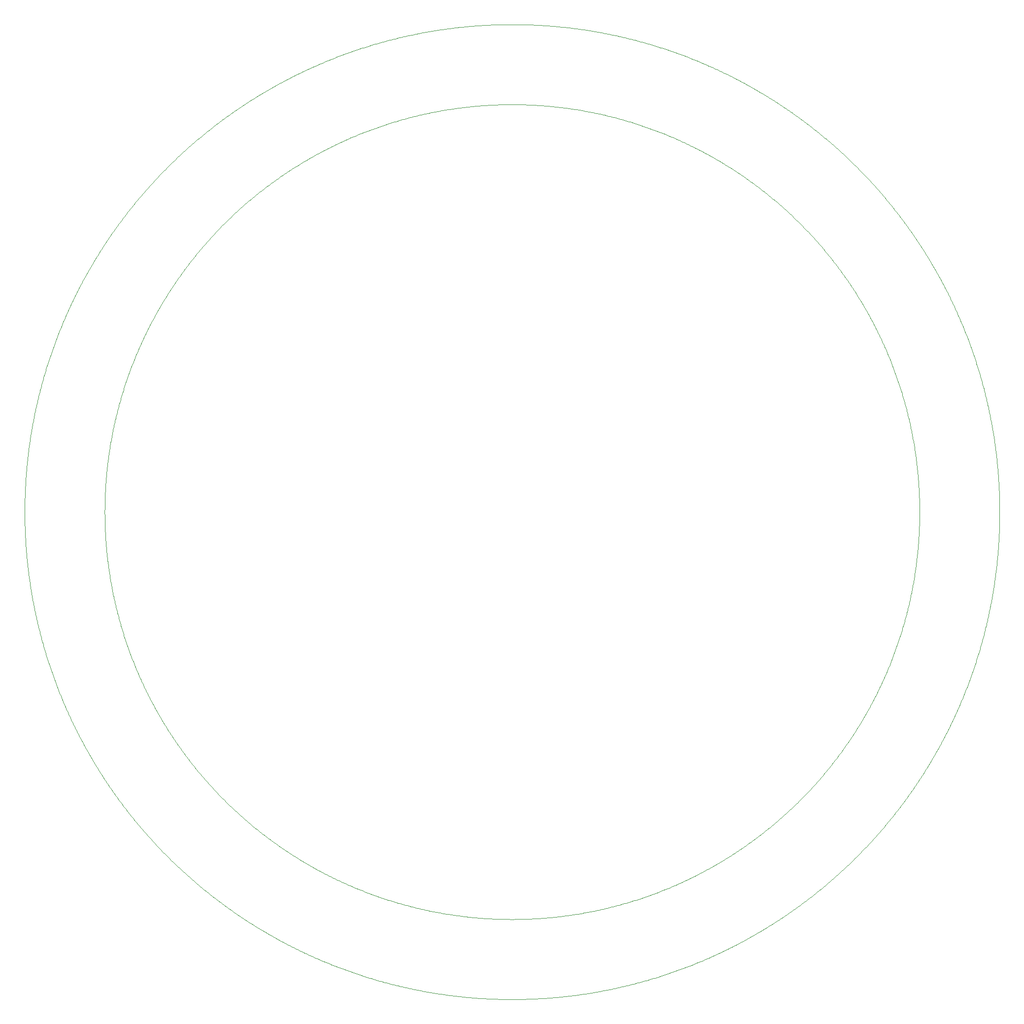
<source format=gko>
G04*
G04 #@! TF.GenerationSoftware,Altium Limited,Altium Designer,22.9.1 (49)*
G04*
G04 Layer_Color=16711935*
%FSLAX25Y25*%
%MOIN*%
G70*
G04*
G04 #@! TF.SameCoordinates,8A5C06B3-4C5D-48ED-891A-8E98A4BE319D*
G04*
G04*
G04 #@! TF.FilePolarity,Positive*
G04*
G01*
G75*
%ADD12C,0.00394*%
D12*
X1457224Y878500D02*
X1457223Y879500D01*
X1457218Y880500D01*
X1457211Y881500D01*
X1457200Y882499D01*
X1457187Y883499D01*
X1457170Y884499D01*
X1457150Y885499D01*
X1457127Y886498D01*
X1457102Y887498D01*
X1457073Y888497D01*
X1457041Y889497D01*
X1457006Y890496D01*
X1456968Y891495D01*
X1456927Y892494D01*
X1456883Y893493D01*
X1456836Y894492D01*
X1456786Y895490D01*
X1456733Y896489D01*
X1456677Y897487D01*
X1456618Y898485D01*
X1456556Y899483D01*
X1456491Y900481D01*
X1456423Y901478D01*
X1456352Y902476D01*
X1456277Y903473D01*
X1456200Y904470D01*
X1456120Y905466D01*
X1456037Y906463D01*
X1455950Y907459D01*
X1455861Y908455D01*
X1455769Y909450D01*
X1455673Y910445D01*
X1455575Y911440D01*
X1455474Y912435D01*
X1455369Y913430D01*
X1455262Y914424D01*
X1455151Y915417D01*
X1455038Y916411D01*
X1454921Y917404D01*
X1454802Y918397D01*
X1454679Y919389D01*
X1454554Y920381D01*
X1454425Y921373D01*
X1454294Y922364D01*
X1454159Y923354D01*
X1454022Y924345D01*
X1453881Y925335D01*
X1453738Y926324D01*
X1453591Y927313D01*
X1453442Y928302D01*
X1453289Y929290D01*
X1453134Y930278D01*
X1452975Y931265D01*
X1452814Y932252D01*
X1452649Y933238D01*
X1452482Y934224D01*
X1452311Y935209D01*
X1452138Y936194D01*
X1451961Y937178D01*
X1451782Y938161D01*
X1451599Y939145D01*
X1451414Y940127D01*
X1451226Y941109D01*
X1451034Y942090D01*
X1450840Y943071D01*
X1450643Y944051D01*
X1450442Y945031D01*
X1450239Y946010D01*
X1450033Y946988D01*
X1449824Y947966D01*
X1449612Y948943D01*
X1449397Y949920D01*
X1449179Y950895D01*
X1448958Y951871D01*
X1448734Y952845D01*
X1448507Y953819D01*
X1448277Y954792D01*
X1448044Y955764D01*
X1447808Y956736D01*
X1447569Y957707D01*
X1447328Y958677D01*
X1447083Y959647D01*
X1446836Y960615D01*
X1446585Y961583D01*
X1446332Y962551D01*
X1446075Y963517D01*
X1445816Y964483D01*
X1445554Y965448D01*
X1445289Y966412D01*
X1445021Y967375D01*
X1444750Y968337D01*
X1444476Y969299D01*
X1444199Y970260D01*
X1443919Y971220D01*
X1443637Y972179D01*
X1443351Y973137D01*
X1443063Y974094D01*
X1442772Y975051D01*
X1442477Y976006D01*
X1442180Y976961D01*
X1441880Y977915D01*
X1441577Y978868D01*
X1441271Y979820D01*
X1440963Y980771D01*
X1440651Y981721D01*
X1440337Y982670D01*
X1440019Y983618D01*
X1439699Y984565D01*
X1439376Y985512D01*
X1439050Y986457D01*
X1438721Y987401D01*
X1438390Y988344D01*
X1438055Y989287D01*
X1437718Y990228D01*
X1437377Y991168D01*
X1437034Y992107D01*
X1436689Y993045D01*
X1436340Y993983D01*
X1435988Y994919D01*
X1435634Y995853D01*
X1435276Y996787D01*
X1434916Y997720D01*
X1434553Y998652D01*
X1434188Y999582D01*
X1433819Y1000512D01*
X1433448Y1001440D01*
X1433073Y1002367D01*
X1432696Y1003293D01*
X1432316Y1004218D01*
X1431934Y1005142D01*
X1431549Y1006065D01*
X1431160Y1006986D01*
X1430769Y1007906D01*
X1430375Y1008825D01*
X1429979Y1009743D01*
X1429579Y1010660D01*
X1429177Y1011575D01*
X1428772Y1012489D01*
X1428365Y1013402D01*
X1427954Y1014314D01*
X1427541Y1015225D01*
X1427125Y1016134D01*
X1426706Y1017042D01*
X1426285Y1017949D01*
X1425861Y1018854D01*
X1425434Y1019758D01*
X1425004Y1020661D01*
X1424571Y1021562D01*
X1424136Y1022462D01*
X1423698Y1023361D01*
X1423258Y1024259D01*
X1422814Y1025155D01*
X1422368Y1026050D01*
X1421919Y1026943D01*
X1421468Y1027836D01*
X1421014Y1028726D01*
X1420557Y1029616D01*
X1420097Y1030504D01*
X1419635Y1031390D01*
X1419170Y1032275D01*
X1418702Y1033159D01*
X1418232Y1034042D01*
X1417759Y1034923D01*
X1417283Y1035802D01*
X1416805Y1036680D01*
X1416324Y1037556D01*
X1415840Y1038432D01*
X1415354Y1039305D01*
X1414865Y1040177D01*
X1414373Y1041048D01*
X1413879Y1041917D01*
X1413382Y1042785D01*
X1412883Y1043651D01*
X1412381Y1044516D01*
X1411876Y1045379D01*
X1411368Y1046241D01*
X1410859Y1047101D01*
X1410346Y1047959D01*
X1409831Y1048816D01*
X1409313Y1049671D01*
X1408793Y1050525D01*
X1408270Y1051377D01*
X1407744Y1052228D01*
X1407216Y1053077D01*
X1406685Y1053924D01*
X1406152Y1054770D01*
X1405616Y1055614D01*
X1405078Y1056457D01*
X1404537Y1057298D01*
X1403994Y1058137D01*
X1403448Y1058975D01*
X1402899Y1059811D01*
X1402348Y1060645D01*
X1401794Y1061477D01*
X1401238Y1062309D01*
X1400680Y1063138D01*
X1400119Y1063965D01*
X1399555Y1064791D01*
X1398989Y1065615D01*
X1398420Y1066438D01*
X1397849Y1067258D01*
X1397275Y1068077D01*
X1396699Y1068894D01*
X1396120Y1069710D01*
X1395539Y1070524D01*
X1394956Y1071336D01*
X1394370Y1072146D01*
X1393781Y1072954D01*
X1393191Y1073761D01*
X1392597Y1074565D01*
X1392002Y1075368D01*
X1391403Y1076169D01*
X1390803Y1076969D01*
X1390200Y1077766D01*
X1389594Y1078562D01*
X1388986Y1079356D01*
X1388376Y1080148D01*
X1387763Y1080938D01*
X1387148Y1081726D01*
X1386531Y1082513D01*
X1385911Y1083297D01*
X1385289Y1084080D01*
X1384664Y1084861D01*
X1384037Y1085640D01*
X1383408Y1086417D01*
X1382776Y1087192D01*
X1382142Y1087965D01*
X1381506Y1088736D01*
X1380867Y1089505D01*
X1380226Y1090273D01*
X1379583Y1091038D01*
X1378937Y1091801D01*
X1378289Y1092563D01*
X1377639Y1093322D01*
X1376986Y1094080D01*
X1376332Y1094836D01*
X1375674Y1095589D01*
X1375015Y1096341D01*
X1374353Y1097090D01*
X1373689Y1097838D01*
X1373023Y1098583D01*
X1372354Y1099327D01*
X1371684Y1100068D01*
X1371011Y1100808D01*
X1370335Y1101545D01*
X1369658Y1102281D01*
X1368978Y1103014D01*
X1368296Y1103745D01*
X1367612Y1104474D01*
X1366926Y1105201D01*
X1366237Y1105926D01*
X1365547Y1106649D01*
X1364853Y1107370D01*
X1364158Y1108089D01*
X1363461Y1108805D01*
X1362762Y1109520D01*
X1362060Y1110232D01*
X1361356Y1110942D01*
X1360650Y1111650D01*
X1359942Y1112356D01*
X1359232Y1113060D01*
X1358520Y1113762D01*
X1357805Y1114461D01*
X1357089Y1115158D01*
X1356370Y1115854D01*
X1355649Y1116547D01*
X1354926Y1117237D01*
X1354201Y1117926D01*
X1353474Y1118612D01*
X1352745Y1119296D01*
X1352014Y1119978D01*
X1351280Y1120658D01*
X1350545Y1121336D01*
X1349808Y1122011D01*
X1349068Y1122684D01*
X1348327Y1123355D01*
X1347583Y1124023D01*
X1346838Y1124689D01*
X1346090Y1125353D01*
X1345341Y1126015D01*
X1344589Y1126674D01*
X1343836Y1127332D01*
X1343080Y1127986D01*
X1342322Y1128639D01*
X1341563Y1129289D01*
X1340801Y1129937D01*
X1340038Y1130583D01*
X1339273Y1131226D01*
X1338505Y1131867D01*
X1337736Y1132506D01*
X1336965Y1133142D01*
X1336192Y1133776D01*
X1335417Y1134408D01*
X1334640Y1135037D01*
X1333861Y1135664D01*
X1333080Y1136289D01*
X1332297Y1136911D01*
X1331513Y1137531D01*
X1330726Y1138148D01*
X1329938Y1138763D01*
X1329148Y1139376D01*
X1328356Y1139986D01*
X1327562Y1140594D01*
X1326766Y1141200D01*
X1325969Y1141803D01*
X1325169Y1142403D01*
X1324368Y1143002D01*
X1323565Y1143597D01*
X1322760Y1144191D01*
X1321954Y1144782D01*
X1321146Y1145370D01*
X1320335Y1145956D01*
X1319523Y1146539D01*
X1318710Y1147121D01*
X1317894Y1147699D01*
X1317077Y1148275D01*
X1316258Y1148849D01*
X1315438Y1149420D01*
X1314615Y1149989D01*
X1313791Y1150555D01*
X1312965Y1151118D01*
X1312138Y1151680D01*
X1311308Y1152238D01*
X1310477Y1152794D01*
X1309645Y1153348D01*
X1308811Y1153899D01*
X1307975Y1154448D01*
X1307137Y1154994D01*
X1306298Y1155537D01*
X1305457Y1156078D01*
X1304614Y1156616D01*
X1303770Y1157152D01*
X1302924Y1157685D01*
X1302077Y1158216D01*
X1301228Y1158744D01*
X1300377Y1159270D01*
X1299525Y1159793D01*
X1298671Y1160313D01*
X1297816Y1160831D01*
X1296959Y1161346D01*
X1296101Y1161858D01*
X1295240Y1162368D01*
X1294379Y1162876D01*
X1293516Y1163381D01*
X1292651Y1163883D01*
X1291785Y1164382D01*
X1290917Y1164879D01*
X1290048Y1165373D01*
X1289178Y1165865D01*
X1288305Y1166354D01*
X1287432Y1166840D01*
X1286557Y1167324D01*
X1285680Y1167805D01*
X1284802Y1168283D01*
X1283923Y1168759D01*
X1283042Y1169232D01*
X1282159Y1169702D01*
X1281276Y1170170D01*
X1280390Y1170635D01*
X1279504Y1171097D01*
X1278616Y1171557D01*
X1277726Y1172013D01*
X1276836Y1172468D01*
X1275944Y1172919D01*
X1275050Y1173368D01*
X1274155Y1173814D01*
X1273259Y1174257D01*
X1272362Y1174698D01*
X1271463Y1175136D01*
X1270562Y1175571D01*
X1269661Y1176004D01*
X1268758Y1176433D01*
X1267854Y1176860D01*
X1266949Y1177285D01*
X1266042Y1177706D01*
X1265134Y1178125D01*
X1264225Y1178541D01*
X1263314Y1178954D01*
X1262403Y1179364D01*
X1261490Y1179772D01*
X1260575Y1180177D01*
X1259660Y1180579D01*
X1258743Y1180979D01*
X1257826Y1181375D01*
X1256907Y1181769D01*
X1255986Y1182160D01*
X1255065Y1182548D01*
X1254142Y1182934D01*
X1253219Y1183316D01*
X1252294Y1183696D01*
X1251368Y1184073D01*
X1250441Y1184447D01*
X1249512Y1184819D01*
X1248583Y1185187D01*
X1247652Y1185553D01*
X1246721Y1185916D01*
X1245788Y1186276D01*
X1244854Y1186633D01*
X1243919Y1186988D01*
X1242983Y1187340D01*
X1242046Y1187688D01*
X1241108Y1188034D01*
X1240169Y1188377D01*
X1239229Y1188718D01*
X1238287Y1189055D01*
X1237345Y1189390D01*
X1236402Y1189721D01*
X1235458Y1190050D01*
X1234512Y1190376D01*
X1233566Y1190699D01*
X1232619Y1191019D01*
X1231671Y1191337D01*
X1230722Y1191651D01*
X1229772Y1191963D01*
X1228821Y1192271D01*
X1227868Y1192577D01*
X1226916Y1192880D01*
X1225962Y1193180D01*
X1225007Y1193477D01*
X1224052Y1193771D01*
X1223095Y1194063D01*
X1222138Y1194351D01*
X1221179Y1194637D01*
X1220220Y1194919D01*
X1219261Y1195199D01*
X1218300Y1195476D01*
X1217338Y1195750D01*
X1216376Y1196021D01*
X1215412Y1196289D01*
X1214448Y1196554D01*
X1213484Y1196816D01*
X1212518Y1197075D01*
X1211551Y1197332D01*
X1210584Y1197585D01*
X1209616Y1197835D01*
X1208648Y1198083D01*
X1207678Y1198328D01*
X1206708Y1198569D01*
X1205737Y1198808D01*
X1204765Y1199044D01*
X1203793Y1199277D01*
X1202820Y1199506D01*
X1201846Y1199733D01*
X1200871Y1199957D01*
X1199896Y1200178D01*
X1198921Y1200396D01*
X1197944Y1200611D01*
X1196967Y1200824D01*
X1195989Y1201033D01*
X1195011Y1201239D01*
X1194032Y1201442D01*
X1193052Y1201643D01*
X1192072Y1201840D01*
X1191091Y1202034D01*
X1190110Y1202225D01*
X1189128Y1202414D01*
X1188146Y1202599D01*
X1187162Y1202782D01*
X1186179Y1202961D01*
X1185195Y1203137D01*
X1184210Y1203311D01*
X1183225Y1203481D01*
X1182239Y1203649D01*
X1181253Y1203813D01*
X1180266Y1203975D01*
X1179279Y1204133D01*
X1178291Y1204289D01*
X1177303Y1204442D01*
X1176314Y1204591D01*
X1175325Y1204737D01*
X1174336Y1204881D01*
X1173346Y1205022D01*
X1172355Y1205159D01*
X1171365Y1205294D01*
X1170374Y1205425D01*
X1169382Y1205554D01*
X1168390Y1205679D01*
X1167398Y1205802D01*
X1166405Y1205921D01*
X1165412Y1206038D01*
X1164419Y1206151D01*
X1163425Y1206262D01*
X1162431Y1206369D01*
X1161436Y1206473D01*
X1160442Y1206575D01*
X1159447Y1206673D01*
X1158451Y1206769D01*
X1157456Y1206861D01*
X1156460Y1206950D01*
X1155464Y1207036D01*
X1154467Y1207120D01*
X1153471Y1207200D01*
X1152474Y1207277D01*
X1151477Y1207351D01*
X1150480Y1207423D01*
X1149482Y1207491D01*
X1148484Y1207556D01*
X1147486Y1207618D01*
X1146488Y1207677D01*
X1145490Y1207733D01*
X1144491Y1207786D01*
X1143493Y1207836D01*
X1142494Y1207883D01*
X1141495Y1207927D01*
X1140496Y1207968D01*
X1139497Y1208006D01*
X1138498Y1208041D01*
X1137498Y1208073D01*
X1136499Y1208102D01*
X1135499Y1208127D01*
X1134500Y1208150D01*
X1133500Y1208170D01*
X1132500Y1208187D01*
X1131501Y1208200D01*
X1130501Y1208211D01*
X1129501Y1208218D01*
X1128501Y1208223D01*
X1127501Y1208224D01*
X1126501Y1208223D01*
X1125502Y1208218D01*
X1124502Y1208211D01*
X1123502Y1208200D01*
X1122502Y1208187D01*
X1121502Y1208170D01*
X1120503Y1208150D01*
X1119503Y1208127D01*
X1118504Y1208102D01*
X1117504Y1208073D01*
X1116505Y1208041D01*
X1115506Y1208006D01*
X1114507Y1207968D01*
X1113507Y1207927D01*
X1112509Y1207883D01*
X1111510Y1207837D01*
X1110511Y1207786D01*
X1109513Y1207733D01*
X1108515Y1207677D01*
X1107516Y1207618D01*
X1106518Y1207556D01*
X1105521Y1207491D01*
X1104523Y1207423D01*
X1103526Y1207352D01*
X1102529Y1207277D01*
X1101532Y1207200D01*
X1100535Y1207120D01*
X1099539Y1207037D01*
X1098543Y1206950D01*
X1097547Y1206861D01*
X1096551Y1206769D01*
X1095556Y1206673D01*
X1094561Y1206575D01*
X1093566Y1206474D01*
X1092572Y1206369D01*
X1091578Y1206262D01*
X1090584Y1206151D01*
X1089591Y1206038D01*
X1088598Y1205921D01*
X1087605Y1205802D01*
X1086613Y1205680D01*
X1085621Y1205554D01*
X1084629Y1205425D01*
X1083638Y1205294D01*
X1082647Y1205159D01*
X1081657Y1205022D01*
X1080667Y1204881D01*
X1079677Y1204738D01*
X1078688Y1204591D01*
X1077700Y1204442D01*
X1076712Y1204289D01*
X1075724Y1204134D01*
X1074737Y1203975D01*
X1073750Y1203814D01*
X1072764Y1203649D01*
X1071778Y1203482D01*
X1070793Y1203311D01*
X1069808Y1203138D01*
X1068824Y1202962D01*
X1067840Y1202782D01*
X1066857Y1202600D01*
X1065875Y1202414D01*
X1064893Y1202226D01*
X1063911Y1202035D01*
X1062930Y1201840D01*
X1061950Y1201643D01*
X1060971Y1201443D01*
X1059992Y1201240D01*
X1059013Y1201033D01*
X1058036Y1200824D01*
X1057059Y1200612D01*
X1056082Y1200397D01*
X1055106Y1200179D01*
X1054131Y1199958D01*
X1053157Y1199734D01*
X1052183Y1199507D01*
X1051210Y1199277D01*
X1050237Y1199044D01*
X1049266Y1198809D01*
X1048295Y1198570D01*
X1047325Y1198328D01*
X1046355Y1198084D01*
X1045386Y1197836D01*
X1044418Y1197586D01*
X1043451Y1197332D01*
X1042485Y1197076D01*
X1041519Y1196817D01*
X1040554Y1196554D01*
X1039590Y1196289D01*
X1038627Y1196021D01*
X1037665Y1195750D01*
X1036703Y1195476D01*
X1035742Y1195200D01*
X1034782Y1194920D01*
X1033823Y1194637D01*
X1032865Y1194352D01*
X1031907Y1194063D01*
X1030951Y1193772D01*
X1029995Y1193478D01*
X1029041Y1193181D01*
X1028087Y1192881D01*
X1027134Y1192578D01*
X1026182Y1192272D01*
X1025231Y1191963D01*
X1024281Y1191652D01*
X1023332Y1191337D01*
X1022384Y1191020D01*
X1021437Y1190700D01*
X1020490Y1190377D01*
X1019545Y1190051D01*
X1018601Y1189722D01*
X1017658Y1189390D01*
X1016715Y1189056D01*
X1015774Y1188719D01*
X1014834Y1188378D01*
X1013895Y1188035D01*
X1012957Y1187689D01*
X1012020Y1187341D01*
X1011084Y1186989D01*
X1010149Y1186635D01*
X1009215Y1186277D01*
X1008282Y1185917D01*
X1007350Y1185554D01*
X1006420Y1185188D01*
X1005490Y1184820D01*
X1004562Y1184448D01*
X1003635Y1184074D01*
X1002709Y1183697D01*
X1001784Y1183317D01*
X1000860Y1182935D01*
X999938Y1182549D01*
X999016Y1182161D01*
X998096Y1181770D01*
X997177Y1181376D01*
X996259Y1180980D01*
X995342Y1180580D01*
X994427Y1180178D01*
X993513Y1179773D01*
X992600Y1179366D01*
X991688Y1178955D01*
X990778Y1178542D01*
X989868Y1178126D01*
X988960Y1177707D01*
X988054Y1177286D01*
X987148Y1176861D01*
X986244Y1176435D01*
X985341Y1176005D01*
X984440Y1175572D01*
X983540Y1175137D01*
X982641Y1174699D01*
X981743Y1174259D01*
X980847Y1173815D01*
X979952Y1173369D01*
X979059Y1172920D01*
X978167Y1172469D01*
X977276Y1172015D01*
X976387Y1171558D01*
X975499Y1171098D01*
X974612Y1170636D01*
X973727Y1170171D01*
X972843Y1169703D01*
X971961Y1169233D01*
X971080Y1168760D01*
X970200Y1168284D01*
X969322Y1167806D01*
X968446Y1167325D01*
X967571Y1166842D01*
X966697Y1166355D01*
X965825Y1165866D01*
X964954Y1165375D01*
X964085Y1164880D01*
X963217Y1164384D01*
X962351Y1163884D01*
X961487Y1163382D01*
X960623Y1162877D01*
X959762Y1162370D01*
X958902Y1161860D01*
X958043Y1161347D01*
X957187Y1160832D01*
X956331Y1160314D01*
X955477Y1159794D01*
X954625Y1159271D01*
X953775Y1158746D01*
X952925Y1158218D01*
X952078Y1157687D01*
X951232Y1157154D01*
X950388Y1156618D01*
X949545Y1156079D01*
X948705Y1155539D01*
X947865Y1154995D01*
X947028Y1154449D01*
X946192Y1153901D01*
X945358Y1153350D01*
X944525Y1152796D01*
X943694Y1152240D01*
X942865Y1151681D01*
X942037Y1151120D01*
X941211Y1150556D01*
X940387Y1149990D01*
X939565Y1149422D01*
X938744Y1148851D01*
X937925Y1148277D01*
X937108Y1147701D01*
X936292Y1147122D01*
X935479Y1146541D01*
X934667Y1145958D01*
X933857Y1145372D01*
X933048Y1144783D01*
X932242Y1144192D01*
X931437Y1143599D01*
X930634Y1143003D01*
X929833Y1142405D01*
X929033Y1141804D01*
X928236Y1141201D01*
X927440Y1140596D01*
X926646Y1139988D01*
X925854Y1139378D01*
X925064Y1138765D01*
X924276Y1138150D01*
X923489Y1137533D01*
X922705Y1136913D01*
X921922Y1136290D01*
X921141Y1135666D01*
X920362Y1135039D01*
X919585Y1134410D01*
X918810Y1133778D01*
X918037Y1133144D01*
X917266Y1132508D01*
X916496Y1131869D01*
X915729Y1131228D01*
X914964Y1130584D01*
X914200Y1129939D01*
X913439Y1129291D01*
X912679Y1128640D01*
X911922Y1127988D01*
X911166Y1127333D01*
X910412Y1126676D01*
X909661Y1126016D01*
X908911Y1125354D01*
X908164Y1124691D01*
X907418Y1124024D01*
X906674Y1123356D01*
X905933Y1122685D01*
X905194Y1122012D01*
X904456Y1121336D01*
X903721Y1120659D01*
X902987Y1119979D01*
X902256Y1119297D01*
X901527Y1118613D01*
X900800Y1117927D01*
X900075Y1117238D01*
X899352Y1116547D01*
X898631Y1115854D01*
X897912Y1115159D01*
X897196Y1114462D01*
X896481Y1113762D01*
X895769Y1113061D01*
X895059Y1112357D01*
X894350Y1111651D01*
X893644Y1110943D01*
X892941Y1110233D01*
X892239Y1109520D01*
X891539Y1108806D01*
X890842Y1108089D01*
X890147Y1107370D01*
X889454Y1106650D01*
X888763Y1105927D01*
X888075Y1105202D01*
X887388Y1104475D01*
X886704Y1103745D01*
X886022Y1103014D01*
X885342Y1102281D01*
X884665Y1101546D01*
X883990Y1100808D01*
X883317Y1100069D01*
X882646Y1099327D01*
X881977Y1098584D01*
X881311Y1097838D01*
X880647Y1097090D01*
X879985Y1096341D01*
X879326Y1095589D01*
X878668Y1094836D01*
X878014Y1094080D01*
X877361Y1093322D01*
X876711Y1092563D01*
X876063Y1091801D01*
X875417Y1091038D01*
X874774Y1090273D01*
X874133Y1089505D01*
X873494Y1088736D01*
X872857Y1087965D01*
X872223Y1087191D01*
X871592Y1086416D01*
X870962Y1085639D01*
X870335Y1084860D01*
X869711Y1084079D01*
X869089Y1083297D01*
X868469Y1082512D01*
X867851Y1081726D01*
X867236Y1080937D01*
X866623Y1080147D01*
X866013Y1079355D01*
X865405Y1078561D01*
X864800Y1077766D01*
X864197Y1076968D01*
X863596Y1076169D01*
X862998Y1075367D01*
X862402Y1074564D01*
X861809Y1073760D01*
X861218Y1072953D01*
X860629Y1072145D01*
X860043Y1071334D01*
X859460Y1070522D01*
X858879Y1069709D01*
X858300Y1068893D01*
X857724Y1068076D01*
X857150Y1067257D01*
X856579Y1066436D01*
X856010Y1065614D01*
X855444Y1064790D01*
X854881Y1063964D01*
X854319Y1063136D01*
X853761Y1062307D01*
X853205Y1061476D01*
X852651Y1060643D01*
X852100Y1059809D01*
X851551Y1058973D01*
X851005Y1058135D01*
X850462Y1057296D01*
X849921Y1056455D01*
X849382Y1055612D01*
X848847Y1054768D01*
X848313Y1053922D01*
X847783Y1053075D01*
X847255Y1052226D01*
X846729Y1051375D01*
X846206Y1050523D01*
X845686Y1049669D01*
X845168Y1048814D01*
X844653Y1047957D01*
X844140Y1047098D01*
X843630Y1046238D01*
X843123Y1045377D01*
X842618Y1044514D01*
X842116Y1043649D01*
X841616Y1042783D01*
X841120Y1041915D01*
X840625Y1041046D01*
X840134Y1040175D01*
X839645Y1039303D01*
X839158Y1038429D01*
X838675Y1037554D01*
X838194Y1036677D01*
X837715Y1035799D01*
X837240Y1034920D01*
X836767Y1034039D01*
X836296Y1033156D01*
X835829Y1032273D01*
X835364Y1031388D01*
X834901Y1030501D01*
X834442Y1029613D01*
X833985Y1028724D01*
X833531Y1027833D01*
X833079Y1026941D01*
X832630Y1026047D01*
X832184Y1025152D01*
X831741Y1024256D01*
X831300Y1023358D01*
X830862Y1022459D01*
X830427Y1021559D01*
X829995Y1020658D01*
X829565Y1019755D01*
X829138Y1018851D01*
X828714Y1017945D01*
X828292Y1017039D01*
X827874Y1016131D01*
X827458Y1015221D01*
X827044Y1014311D01*
X826634Y1013399D01*
X826226Y1012486D01*
X825821Y1011572D01*
X825419Y1010656D01*
X825020Y1009739D01*
X824623Y1008822D01*
X824229Y1007903D01*
X823838Y1006982D01*
X823450Y1006061D01*
X823065Y1005138D01*
X822682Y1004214D01*
X822302Y1003290D01*
X821925Y1002363D01*
X821551Y1001436D01*
X821179Y1000508D01*
X820811Y999578D01*
X820445Y998648D01*
X820082Y997716D01*
X819722Y996783D01*
X819365Y995849D01*
X819010Y994914D01*
X818659Y993978D01*
X818310Y993041D01*
X817964Y992103D01*
X817621Y991164D01*
X817281Y990224D01*
X816943Y989282D01*
X816609Y988340D01*
X816277Y987397D01*
X815948Y986452D01*
X815622Y985507D01*
X815299Y984561D01*
X814979Y983614D01*
X814662Y982665D01*
X814347Y981716D01*
X814036Y980766D01*
X813727Y979815D01*
X813421Y978863D01*
X813118Y977910D01*
X812818Y976956D01*
X812521Y976002D01*
X812227Y975046D01*
X811936Y974089D01*
X811647Y973132D01*
X811362Y972174D01*
X811079Y971215D01*
X810799Y970255D01*
X810523Y969294D01*
X810249Y968332D01*
X809978Y967370D01*
X809710Y966406D01*
X809445Y965442D01*
X809182Y964477D01*
X808923Y963512D01*
X808667Y962545D01*
X808413Y961578D01*
X808163Y960610D01*
X807915Y959641D01*
X807671Y958671D01*
X807429Y957701D01*
X807190Y956730D01*
X806955Y955759D01*
X806722Y954786D01*
X806492Y953813D01*
X806265Y952839D01*
X806041Y951865D01*
X805820Y950889D01*
X805602Y949914D01*
X805387Y948937D01*
X805175Y947960D01*
X804966Y946982D01*
X804760Y946004D01*
X804556Y945025D01*
X804356Y944045D01*
X804159Y943065D01*
X803965Y942084D01*
X803773Y941103D01*
X803585Y940121D01*
X803399Y939138D01*
X803217Y938155D01*
X803038Y937171D01*
X802861Y936187D01*
X802688Y935202D01*
X802517Y934217D01*
X802350Y933231D01*
X802185Y932245D01*
X802024Y931258D01*
X801865Y930271D01*
X801710Y929283D01*
X801557Y928295D01*
X801408Y927306D01*
X801261Y926317D01*
X801118Y925328D01*
X800977Y924338D01*
X800840Y923347D01*
X800705Y922357D01*
X800574Y921365D01*
X800445Y920374D01*
X800320Y919382D01*
X800197Y918389D01*
X800078Y917397D01*
X799961Y916403D01*
X799848Y915410D01*
X799738Y914416D01*
X799630Y913422D01*
X799526Y912428D01*
X799424Y911433D01*
X799326Y910438D01*
X799231Y909443D01*
X799138Y908447D01*
X799049Y907451D01*
X798963Y906455D01*
X798879Y905458D01*
X798799Y904462D01*
X798722Y903465D01*
X798648Y902468D01*
X798577Y901470D01*
X798509Y900473D01*
X798443Y899475D01*
X798381Y898477D01*
X798322Y897479D01*
X798266Y896480D01*
X798213Y895482D01*
X798163Y894483D01*
X798116Y893484D01*
X798072Y892486D01*
X798031Y891486D01*
X797994Y890487D01*
X797959Y889488D01*
X797927Y888489D01*
X797898Y887489D01*
X797872Y886490D01*
X797850Y885490D01*
X797830Y884490D01*
X797813Y883490D01*
X797800Y882491D01*
X797789Y881491D01*
X797782Y880491D01*
X797777Y879491D01*
X797776Y878491D01*
X797777Y877491D01*
X797782Y876491D01*
X797789Y875492D01*
X797800Y874492D01*
X797814Y873492D01*
X797830Y872492D01*
X797850Y871492D01*
X797873Y870493D01*
X797899Y869493D01*
X797928Y868494D01*
X797959Y867494D01*
X797994Y866495D01*
X798032Y865496D01*
X798073Y864497D01*
X798117Y863498D01*
X798164Y862499D01*
X798214Y861500D01*
X798267Y860502D01*
X798323Y859503D01*
X798382Y858505D01*
X798445Y857507D01*
X798510Y856510D01*
X798578Y855512D01*
X798649Y854515D01*
X798723Y853518D01*
X798801Y852521D01*
X798881Y851524D01*
X798964Y850527D01*
X799051Y849531D01*
X799140Y848535D01*
X799232Y847540D01*
X799328Y846544D01*
X799426Y845549D01*
X799528Y844555D01*
X799632Y843560D01*
X799740Y842566D01*
X799850Y841572D01*
X799964Y840579D01*
X800080Y839586D01*
X800200Y838593D01*
X800322Y837601D01*
X800447Y836609D01*
X800576Y835617D01*
X800708Y834626D01*
X800842Y833635D01*
X800980Y832645D01*
X801120Y831655D01*
X801264Y830665D01*
X801410Y829676D01*
X801560Y828687D01*
X801713Y827699D01*
X801868Y826711D01*
X802027Y825724D01*
X802188Y824737D01*
X802353Y823751D01*
X802520Y822766D01*
X802691Y821780D01*
X802864Y820796D01*
X803041Y819811D01*
X803220Y818828D01*
X803403Y817844D01*
X803588Y816862D01*
X803776Y815880D01*
X803968Y814898D01*
X804162Y813918D01*
X804360Y812937D01*
X804560Y811958D01*
X804763Y810979D01*
X804969Y810000D01*
X805179Y809023D01*
X805391Y808045D01*
X805606Y807069D01*
X805824Y806093D01*
X806045Y805118D01*
X806269Y804144D01*
X806496Y803170D01*
X806726Y802197D01*
X806959Y801224D01*
X807195Y800253D01*
X807433Y799282D01*
X807675Y798311D01*
X807920Y797342D01*
X808167Y796373D01*
X808418Y795405D01*
X808671Y794438D01*
X808928Y793471D01*
X809187Y792506D01*
X809449Y791541D01*
X809715Y790577D01*
X809982Y789613D01*
X810254Y788651D01*
X810528Y787689D01*
X810804Y786728D01*
X811084Y785768D01*
X811367Y784809D01*
X811652Y783851D01*
X811941Y782894D01*
X812232Y781937D01*
X812527Y780981D01*
X812824Y780027D01*
X813124Y779073D01*
X813427Y778120D01*
X813733Y777168D01*
X814041Y776217D01*
X814353Y775267D01*
X814667Y774318D01*
X814985Y773370D01*
X815305Y772422D01*
X815628Y771476D01*
X815954Y770531D01*
X816283Y769587D01*
X816615Y768643D01*
X816949Y767701D01*
X817287Y766760D01*
X817627Y765820D01*
X817970Y764880D01*
X818316Y763942D01*
X818665Y763005D01*
X819017Y762069D01*
X819371Y761134D01*
X819728Y760200D01*
X820089Y759268D01*
X820452Y758336D01*
X820817Y757405D01*
X821186Y756476D01*
X821557Y755547D01*
X821932Y754620D01*
X822309Y753694D01*
X822689Y752769D01*
X823071Y751845D01*
X823457Y750923D01*
X823845Y750001D01*
X824236Y749081D01*
X824630Y748162D01*
X825027Y747244D01*
X825426Y746327D01*
X825828Y745412D01*
X826233Y744498D01*
X826641Y743585D01*
X827052Y742673D01*
X827465Y741763D01*
X827881Y740853D01*
X828300Y739945D01*
X828721Y739039D01*
X829146Y738133D01*
X829573Y737229D01*
X830002Y736326D01*
X830435Y735425D01*
X830870Y734525D01*
X831308Y733626D01*
X831749Y732728D01*
X832192Y731832D01*
X832638Y730937D01*
X833087Y730044D01*
X833539Y729151D01*
X833993Y728261D01*
X834450Y727371D01*
X834910Y726483D01*
X835372Y725597D01*
X835837Y724712D01*
X836305Y723828D01*
X836775Y722945D01*
X837248Y722065D01*
X837724Y721185D01*
X838202Y720307D01*
X838683Y719430D01*
X839167Y718555D01*
X839653Y717682D01*
X840142Y716810D01*
X840634Y715939D01*
X841128Y715070D01*
X841625Y714202D01*
X842125Y713336D01*
X842627Y712471D01*
X843132Y711608D01*
X843639Y710746D01*
X844149Y709886D01*
X844662Y709028D01*
X845177Y708171D01*
X845695Y707316D01*
X846215Y706462D01*
X846738Y705610D01*
X847264Y704759D01*
X847792Y703910D01*
X848323Y703062D01*
X848856Y702217D01*
X849392Y701372D01*
X849930Y700530D01*
X850471Y699689D01*
X851015Y698850D01*
X851561Y698012D01*
X852110Y697176D01*
X852661Y696342D01*
X853214Y695509D01*
X853771Y694678D01*
X854329Y693849D01*
X854891Y693021D01*
X855454Y692196D01*
X856021Y691372D01*
X856589Y690549D01*
X857160Y689728D01*
X857734Y688909D01*
X858310Y688092D01*
X858889Y687277D01*
X859470Y686463D01*
X860054Y685651D01*
X860640Y684841D01*
X861228Y684033D01*
X861819Y683226D01*
X862413Y682421D01*
X863008Y681618D01*
X863607Y680817D01*
X864207Y680018D01*
X864810Y679220D01*
X865416Y678425D01*
X866024Y677631D01*
X866634Y676839D01*
X867247Y676049D01*
X867862Y675260D01*
X868480Y674474D01*
X869100Y673689D01*
X869722Y672907D01*
X870347Y672126D01*
X870974Y671347D01*
X871603Y670570D01*
X872235Y669795D01*
X872869Y669022D01*
X873505Y668251D01*
X874144Y667481D01*
X874785Y666714D01*
X875428Y665948D01*
X876074Y665185D01*
X876722Y664424D01*
X877373Y663664D01*
X878025Y662907D01*
X878680Y662151D01*
X879337Y661398D01*
X879997Y660646D01*
X880659Y659896D01*
X881323Y659149D01*
X881989Y658403D01*
X882658Y657660D01*
X883329Y656918D01*
X884002Y656179D01*
X884677Y655441D01*
X885354Y654706D01*
X886034Y653973D01*
X886716Y653242D01*
X887400Y652512D01*
X888087Y651785D01*
X888775Y651060D01*
X889466Y650338D01*
X890159Y649617D01*
X890854Y648898D01*
X891552Y648181D01*
X892251Y647467D01*
X892953Y646755D01*
X893657Y646044D01*
X894363Y645336D01*
X895071Y644630D01*
X895781Y643927D01*
X896494Y643225D01*
X897208Y642526D01*
X897925Y641828D01*
X898644Y641133D01*
X899365Y640440D01*
X900088Y639749D01*
X900813Y639061D01*
X901540Y638375D01*
X902269Y637690D01*
X903000Y637009D01*
X903734Y636329D01*
X904469Y635651D01*
X905207Y634976D01*
X905946Y634303D01*
X906688Y633633D01*
X907431Y632964D01*
X908177Y632298D01*
X908924Y631634D01*
X909674Y630972D01*
X910426Y630313D01*
X911179Y629656D01*
X911935Y629001D01*
X912693Y628348D01*
X913452Y627698D01*
X914214Y627050D01*
X914977Y626404D01*
X915743Y625761D01*
X916510Y625120D01*
X917280Y624481D01*
X918051Y623845D01*
X918824Y623211D01*
X919599Y622579D01*
X920376Y621950D01*
X921155Y621323D01*
X921936Y620698D01*
X922719Y620076D01*
X923503Y619456D01*
X924290Y618839D01*
X925078Y618224D01*
X925868Y617611D01*
X926661Y617001D01*
X927454Y616393D01*
X928250Y615788D01*
X929048Y615185D01*
X929847Y614584D01*
X930649Y613986D01*
X931452Y613390D01*
X932256Y612797D01*
X933063Y612206D01*
X933871Y611618D01*
X934682Y611032D01*
X935494Y610448D01*
X936308Y609867D01*
X937123Y609289D01*
X937940Y608712D01*
X938759Y608139D01*
X939580Y607568D01*
X940403Y606999D01*
X941227Y606433D01*
X942053Y605869D01*
X942880Y605308D01*
X943709Y604750D01*
X944541Y604194D01*
X945373Y603640D01*
X946208Y603089D01*
X947044Y602540D01*
X947881Y601995D01*
X948721Y601451D01*
X949562Y600910D01*
X950404Y600372D01*
X951248Y599836D01*
X952094Y599303D01*
X952942Y598772D01*
X953791Y598244D01*
X954642Y597719D01*
X955494Y597196D01*
X956348Y596675D01*
X957203Y596158D01*
X958060Y595643D01*
X958919Y595130D01*
X959779Y594620D01*
X960641Y594113D01*
X961504Y593608D01*
X962368Y593106D01*
X963235Y592607D01*
X964102Y592110D01*
X964972Y591615D01*
X965842Y591124D01*
X966714Y590635D01*
X967588Y590149D01*
X968463Y589665D01*
X969340Y589184D01*
X970218Y588706D01*
X971098Y588230D01*
X971979Y587757D01*
X972861Y587287D01*
X973745Y586820D01*
X974630Y586354D01*
X975517Y585892D01*
X976405Y585433D01*
X977294Y584976D01*
X978185Y584522D01*
X979077Y584070D01*
X979971Y583622D01*
X980866Y583176D01*
X981762Y582732D01*
X982660Y582292D01*
X983558Y581854D01*
X984459Y581419D01*
X985360Y580986D01*
X986263Y580556D01*
X987167Y580130D01*
X988073Y579705D01*
X988980Y579284D01*
X989888Y578865D01*
X990797Y578449D01*
X991707Y578036D01*
X992619Y577626D01*
X993532Y577218D01*
X994446Y576813D01*
X995362Y576411D01*
X996279Y576012D01*
X997197Y575615D01*
X998116Y575221D01*
X999036Y574830D01*
X999957Y574442D01*
X1000880Y574057D01*
X1001804Y573674D01*
X1002729Y573295D01*
X1003655Y572918D01*
X1004582Y572543D01*
X1005511Y572172D01*
X1006440Y571804D01*
X1007371Y571438D01*
X1008302Y571075D01*
X1009235Y570715D01*
X1010169Y570358D01*
X1011104Y570003D01*
X1012040Y569652D01*
X1012978Y569303D01*
X1013916Y568957D01*
X1014855Y568614D01*
X1015795Y568274D01*
X1016736Y567937D01*
X1017679Y567602D01*
X1018622Y567271D01*
X1019566Y566942D01*
X1020512Y566616D01*
X1021458Y566293D01*
X1022405Y565973D01*
X1023353Y565656D01*
X1024303Y565341D01*
X1025253Y565030D01*
X1026204Y564721D01*
X1027156Y564415D01*
X1028109Y564112D01*
X1029063Y563812D01*
X1030017Y563515D01*
X1030973Y563221D01*
X1031930Y562930D01*
X1032887Y562641D01*
X1033845Y562356D01*
X1034804Y562074D01*
X1035764Y561794D01*
X1036725Y561517D01*
X1037687Y561243D01*
X1038649Y560972D01*
X1039613Y560704D01*
X1040577Y560439D01*
X1041542Y560177D01*
X1042508Y559918D01*
X1043474Y559662D01*
X1044441Y559408D01*
X1045409Y559158D01*
X1046378Y558911D01*
X1047348Y558666D01*
X1048318Y558424D01*
X1049289Y558186D01*
X1050261Y557950D01*
X1051233Y557717D01*
X1052206Y557488D01*
X1053180Y557261D01*
X1054154Y557037D01*
X1055129Y556816D01*
X1056105Y556598D01*
X1057081Y556383D01*
X1058058Y556171D01*
X1059036Y555962D01*
X1060015Y555756D01*
X1060993Y555552D01*
X1061973Y555352D01*
X1062953Y555155D01*
X1063934Y554961D01*
X1064915Y554770D01*
X1065897Y554581D01*
X1066880Y554396D01*
X1067863Y554214D01*
X1068846Y554034D01*
X1069831Y553858D01*
X1070815Y553685D01*
X1071800Y553514D01*
X1072786Y553347D01*
X1073772Y553182D01*
X1074759Y553021D01*
X1075746Y552863D01*
X1076734Y552707D01*
X1077722Y552555D01*
X1078710Y552405D01*
X1079700Y552259D01*
X1080689Y552115D01*
X1081679Y551975D01*
X1082669Y551837D01*
X1083660Y551703D01*
X1084651Y551572D01*
X1085643Y551443D01*
X1086635Y551318D01*
X1087627Y551195D01*
X1088620Y551076D01*
X1089612Y550960D01*
X1090606Y550846D01*
X1091600Y550736D01*
X1092594Y550629D01*
X1093588Y550524D01*
X1094583Y550423D01*
X1095578Y550324D01*
X1096573Y550229D01*
X1097568Y550137D01*
X1098564Y550048D01*
X1099560Y549962D01*
X1100557Y549878D01*
X1101553Y549798D01*
X1102550Y549721D01*
X1103547Y549647D01*
X1104544Y549576D01*
X1105542Y549508D01*
X1106540Y549442D01*
X1107537Y549380D01*
X1108536Y549321D01*
X1109534Y549265D01*
X1110532Y549213D01*
X1111531Y549162D01*
X1112529Y549116D01*
X1113528Y549072D01*
X1114527Y549031D01*
X1115526Y548993D01*
X1116526Y548958D01*
X1117525Y548926D01*
X1118524Y548898D01*
X1119524Y548872D01*
X1120523Y548849D01*
X1121523Y548830D01*
X1122523Y548813D01*
X1123522Y548800D01*
X1124522Y548789D01*
X1125522Y548781D01*
X1126522Y548777D01*
X1127522Y548776D01*
X1128521Y548777D01*
X1129521Y548782D01*
X1130521Y548789D01*
X1131521Y548800D01*
X1132520Y548814D01*
X1133520Y548831D01*
X1134520Y548850D01*
X1135519Y548873D01*
X1136519Y548899D01*
X1137518Y548928D01*
X1138517Y548960D01*
X1139517Y548995D01*
X1140516Y549033D01*
X1141515Y549074D01*
X1142514Y549118D01*
X1143512Y549165D01*
X1144511Y549215D01*
X1145509Y549268D01*
X1146508Y549324D01*
X1147506Y549383D01*
X1148503Y549445D01*
X1149501Y549510D01*
X1150499Y549579D01*
X1151496Y549650D01*
X1152493Y549724D01*
X1153490Y549801D01*
X1154486Y549882D01*
X1155483Y549965D01*
X1156479Y550051D01*
X1157475Y550141D01*
X1158470Y550233D01*
X1159465Y550329D01*
X1160460Y550427D01*
X1161455Y550529D01*
X1162449Y550633D01*
X1163443Y550740D01*
X1164437Y550851D01*
X1165430Y550964D01*
X1166423Y551081D01*
X1167416Y551201D01*
X1168408Y551323D01*
X1169400Y551449D01*
X1170392Y551577D01*
X1171383Y551709D01*
X1172374Y551843D01*
X1173364Y551981D01*
X1174354Y552121D01*
X1175343Y552265D01*
X1176332Y552412D01*
X1177321Y552561D01*
X1178309Y552714D01*
X1179297Y552869D01*
X1180284Y553028D01*
X1181270Y553190D01*
X1182257Y553354D01*
X1183242Y553522D01*
X1184227Y553692D01*
X1185212Y553866D01*
X1186196Y554042D01*
X1187180Y554222D01*
X1188163Y554404D01*
X1189145Y554589D01*
X1190127Y554778D01*
X1191109Y554969D01*
X1192089Y555164D01*
X1193069Y555361D01*
X1194049Y555561D01*
X1195028Y555764D01*
X1196006Y555971D01*
X1196984Y556180D01*
X1197961Y556392D01*
X1198937Y556607D01*
X1199913Y556825D01*
X1200888Y557047D01*
X1201863Y557270D01*
X1202836Y557497D01*
X1203809Y557727D01*
X1204782Y557960D01*
X1205753Y558196D01*
X1206724Y558435D01*
X1207694Y558676D01*
X1208664Y558921D01*
X1209632Y559169D01*
X1210600Y559419D01*
X1211567Y559673D01*
X1212534Y559929D01*
X1213499Y560188D01*
X1214464Y560451D01*
X1215428Y560716D01*
X1216391Y560984D01*
X1217354Y561255D01*
X1218315Y561529D01*
X1219276Y561806D01*
X1220236Y562085D01*
X1221195Y562368D01*
X1222153Y562654D01*
X1223110Y562942D01*
X1224067Y563233D01*
X1225022Y563528D01*
X1225977Y563825D01*
X1226931Y564125D01*
X1227884Y564428D01*
X1228835Y564734D01*
X1229786Y565042D01*
X1230736Y565354D01*
X1231686Y565668D01*
X1232634Y565986D01*
X1233581Y566306D01*
X1234527Y566629D01*
X1235472Y566955D01*
X1236416Y567284D01*
X1237360Y567616D01*
X1238302Y567950D01*
X1239243Y568288D01*
X1240183Y568628D01*
X1241122Y568971D01*
X1242060Y569317D01*
X1242997Y569666D01*
X1243933Y570017D01*
X1244868Y570372D01*
X1245802Y570729D01*
X1246734Y571089D01*
X1247666Y571452D01*
X1248596Y571818D01*
X1249526Y572187D01*
X1250454Y572558D01*
X1251381Y572932D01*
X1252307Y573309D01*
X1253232Y573689D01*
X1254156Y574072D01*
X1255078Y574457D01*
X1256000Y574846D01*
X1256920Y575237D01*
X1257839Y575630D01*
X1258757Y576027D01*
X1259673Y576426D01*
X1260589Y576829D01*
X1261503Y577234D01*
X1262416Y577641D01*
X1263327Y578052D01*
X1264238Y578465D01*
X1265147Y578881D01*
X1266055Y579300D01*
X1266961Y579721D01*
X1267867Y580146D01*
X1268771Y580573D01*
X1269674Y581002D01*
X1270575Y581435D01*
X1271475Y581870D01*
X1272374Y582308D01*
X1273271Y582749D01*
X1274167Y583192D01*
X1275062Y583638D01*
X1275956Y584087D01*
X1276848Y584538D01*
X1277738Y584993D01*
X1278628Y585450D01*
X1279516Y585909D01*
X1280402Y586371D01*
X1281287Y586836D01*
X1282171Y587304D01*
X1283053Y587774D01*
X1283934Y588247D01*
X1284813Y588723D01*
X1285691Y589201D01*
X1286568Y589682D01*
X1287443Y590166D01*
X1288317Y590652D01*
X1289189Y591141D01*
X1290059Y591633D01*
X1290928Y592127D01*
X1291796Y592624D01*
X1292662Y593124D01*
X1293527Y593626D01*
X1294390Y594131D01*
X1295251Y594638D01*
X1296111Y595148D01*
X1296970Y595660D01*
X1297826Y596176D01*
X1298682Y596693D01*
X1299535Y597214D01*
X1300388Y597737D01*
X1301238Y598262D01*
X1302087Y598790D01*
X1302934Y599321D01*
X1303780Y599854D01*
X1304624Y600390D01*
X1305467Y600928D01*
X1306308Y601469D01*
X1307147Y602013D01*
X1307985Y602559D01*
X1308820Y603107D01*
X1309655Y603658D01*
X1310487Y604212D01*
X1311318Y604768D01*
X1312147Y605327D01*
X1312975Y605888D01*
X1313801Y606452D01*
X1314625Y607018D01*
X1315447Y607586D01*
X1316267Y608158D01*
X1317086Y608731D01*
X1317904Y609307D01*
X1318719Y609886D01*
X1319533Y610467D01*
X1320344Y611051D01*
X1321154Y611636D01*
X1321963Y612225D01*
X1322769Y612816D01*
X1323574Y613409D01*
X1324377Y614005D01*
X1325178Y614603D01*
X1325977Y615204D01*
X1326775Y615807D01*
X1327571Y616412D01*
X1328364Y617020D01*
X1329156Y617630D01*
X1329946Y618243D01*
X1330735Y618858D01*
X1331521Y619476D01*
X1332306Y620095D01*
X1333088Y620718D01*
X1333869Y621342D01*
X1334648Y621969D01*
X1335425Y622599D01*
X1336200Y623230D01*
X1336973Y623864D01*
X1337744Y624501D01*
X1338513Y625139D01*
X1339280Y625780D01*
X1340046Y626424D01*
X1340809Y627069D01*
X1341570Y627717D01*
X1342330Y628368D01*
X1343087Y629020D01*
X1343843Y629675D01*
X1344596Y630332D01*
X1345348Y630992D01*
X1346097Y631653D01*
X1346845Y632317D01*
X1347591Y632983D01*
X1348334Y633652D01*
X1349075Y634323D01*
X1349815Y634996D01*
X1350552Y635671D01*
X1351287Y636348D01*
X1352021Y637028D01*
X1352752Y637710D01*
X1353481Y638394D01*
X1354208Y639080D01*
X1354933Y639769D01*
X1355656Y640460D01*
X1356376Y641153D01*
X1357095Y641848D01*
X1357812Y642545D01*
X1358526Y643245D01*
X1359238Y643946D01*
X1359949Y644650D01*
X1360657Y645356D01*
X1361362Y646064D01*
X1362066Y646774D01*
X1362768Y647486D01*
X1363467Y648201D01*
X1364164Y648917D01*
X1364859Y649636D01*
X1365552Y650357D01*
X1366243Y651080D01*
X1366932Y651805D01*
X1367618Y652532D01*
X1368302Y653261D01*
X1368984Y653992D01*
X1369664Y654726D01*
X1370341Y655461D01*
X1371016Y656198D01*
X1371689Y656938D01*
X1372360Y657679D01*
X1373028Y658423D01*
X1373695Y659168D01*
X1374358Y659916D01*
X1375020Y660665D01*
X1375679Y661417D01*
X1376337Y662170D01*
X1376991Y662926D01*
X1377644Y663683D01*
X1378294Y664443D01*
X1378942Y665204D01*
X1379588Y665968D01*
X1380231Y666733D01*
X1380872Y667500D01*
X1381511Y668270D01*
X1382147Y669041D01*
X1382781Y669814D01*
X1383412Y670589D01*
X1384042Y671366D01*
X1384669Y672145D01*
X1385293Y672926D01*
X1385915Y673708D01*
X1386535Y674493D01*
X1387153Y675279D01*
X1387768Y676067D01*
X1388380Y676858D01*
X1388990Y677650D01*
X1389598Y678443D01*
X1390204Y679239D01*
X1390807Y680037D01*
X1391407Y680836D01*
X1392006Y681637D01*
X1392601Y682440D01*
X1393194Y683245D01*
X1393785Y684051D01*
X1394374Y684860D01*
X1394960Y685670D01*
X1395543Y686482D01*
X1396124Y687295D01*
X1396703Y688111D01*
X1397279Y688928D01*
X1397852Y689747D01*
X1398424Y690567D01*
X1398992Y691390D01*
X1399558Y692214D01*
X1400122Y693040D01*
X1400683Y693867D01*
X1401242Y694697D01*
X1401798Y695528D01*
X1402351Y696360D01*
X1402902Y697194D01*
X1403451Y698030D01*
X1403997Y698868D01*
X1404540Y699707D01*
X1405081Y700548D01*
X1405619Y701391D01*
X1406155Y702235D01*
X1406688Y703080D01*
X1407219Y703928D01*
X1407747Y704777D01*
X1408273Y705627D01*
X1408795Y706480D01*
X1409316Y707333D01*
X1409834Y708189D01*
X1410349Y709046D01*
X1410861Y709904D01*
X1411371Y710764D01*
X1411878Y711625D01*
X1412383Y712489D01*
X1412885Y713353D01*
X1413385Y714219D01*
X1413881Y715087D01*
X1414376Y715956D01*
X1414867Y716827D01*
X1415356Y717699D01*
X1415842Y718572D01*
X1416326Y719448D01*
X1416807Y720324D01*
X1417285Y721202D01*
X1417761Y722081D01*
X1418234Y722962D01*
X1418704Y723845D01*
X1419172Y724728D01*
X1419637Y725613D01*
X1420099Y726500D01*
X1420559Y727388D01*
X1421015Y728277D01*
X1421470Y729168D01*
X1421921Y730060D01*
X1422370Y730954D01*
X1422816Y731848D01*
X1423259Y732744D01*
X1423700Y733642D01*
X1424138Y734541D01*
X1424573Y735441D01*
X1425005Y736342D01*
X1425435Y737245D01*
X1425862Y738149D01*
X1426286Y739055D01*
X1426708Y739961D01*
X1427126Y740869D01*
X1427542Y741778D01*
X1427956Y742689D01*
X1428366Y743600D01*
X1428774Y744513D01*
X1429179Y745428D01*
X1429581Y746343D01*
X1429980Y747260D01*
X1430377Y748177D01*
X1430770Y749096D01*
X1431161Y750016D01*
X1431549Y750938D01*
X1431935Y751860D01*
X1432318Y752784D01*
X1432697Y753709D01*
X1433074Y754635D01*
X1433449Y755562D01*
X1433820Y756490D01*
X1434188Y757420D01*
X1434554Y758350D01*
X1434917Y759282D01*
X1435277Y760215D01*
X1435634Y761149D01*
X1435989Y762083D01*
X1436340Y763019D01*
X1436689Y763956D01*
X1437035Y764894D01*
X1437378Y765834D01*
X1437718Y766774D01*
X1438056Y767715D01*
X1438390Y768657D01*
X1438722Y769600D01*
X1439051Y770544D01*
X1439377Y771490D01*
X1439700Y772436D01*
X1440020Y773383D01*
X1440337Y774331D01*
X1440652Y775280D01*
X1440963Y776230D01*
X1441272Y777181D01*
X1441578Y778133D01*
X1441880Y779086D01*
X1442180Y780040D01*
X1442478Y780994D01*
X1442772Y781950D01*
X1443063Y782906D01*
X1443351Y783864D01*
X1443637Y784822D01*
X1443920Y785781D01*
X1444199Y786741D01*
X1444476Y787702D01*
X1444750Y788663D01*
X1445021Y789626D01*
X1445289Y790589D01*
X1445554Y791553D01*
X1445816Y792518D01*
X1446076Y793483D01*
X1446332Y794450D01*
X1446585Y795417D01*
X1446836Y796385D01*
X1447083Y797353D01*
X1447328Y798323D01*
X1447569Y799293D01*
X1447808Y800264D01*
X1448044Y801235D01*
X1448277Y802208D01*
X1448507Y803181D01*
X1448734Y804155D01*
X1448958Y805129D01*
X1449178Y806104D01*
X1449397Y807080D01*
X1449612Y808056D01*
X1449824Y809033D01*
X1450033Y810011D01*
X1450239Y810989D01*
X1450442Y811968D01*
X1450642Y812948D01*
X1450840Y813928D01*
X1451034Y814909D01*
X1451225Y815890D01*
X1451414Y816872D01*
X1451599Y817854D01*
X1451782Y818838D01*
X1451961Y819821D01*
X1452137Y820805D01*
X1452311Y821790D01*
X1452481Y822775D01*
X1452649Y823761D01*
X1452813Y824747D01*
X1452975Y825734D01*
X1453133Y826721D01*
X1453289Y827708D01*
X1453441Y828697D01*
X1453591Y829685D01*
X1453737Y830674D01*
X1453881Y831664D01*
X1454021Y832654D01*
X1454159Y833644D01*
X1454294Y834634D01*
X1454425Y835626D01*
X1454554Y836617D01*
X1454679Y837609D01*
X1454801Y838601D01*
X1454921Y839594D01*
X1455037Y840587D01*
X1455151Y841580D01*
X1455261Y842574D01*
X1455369Y843568D01*
X1455473Y844563D01*
X1455575Y845557D01*
X1455673Y846552D01*
X1455768Y847547D01*
X1455861Y848543D01*
X1455950Y849539D01*
X1456036Y850535D01*
X1456120Y851531D01*
X1456200Y852528D01*
X1456277Y853524D01*
X1456351Y854522D01*
X1456423Y855519D01*
X1456491Y856516D01*
X1456556Y857514D01*
X1456618Y858512D01*
X1456677Y859510D01*
X1456733Y860508D01*
X1456786Y861507D01*
X1456836Y862505D01*
X1456883Y863504D01*
X1456927Y864503D01*
X1456968Y865502D01*
X1457006Y866501D01*
X1457041Y867500D01*
X1457073Y868499D01*
X1457102Y869499D01*
X1457127Y870498D01*
X1457150Y871498D01*
X1457170Y872497D01*
X1457186Y873497D01*
X1457200Y874497D01*
X1457211Y875497D01*
X1457218Y876496D01*
X1457223Y877496D01*
X1457224Y878496D01*
X1403091Y878500D02*
X1403089Y879500D01*
X1403083Y880499D01*
X1403074Y881499D01*
X1403061Y882499D01*
X1403045Y883498D01*
X1403025Y884498D01*
X1403002Y885498D01*
X1402975Y886497D01*
X1402944Y887496D01*
X1402909Y888495D01*
X1402871Y889495D01*
X1402829Y890493D01*
X1402784Y891492D01*
X1402735Y892491D01*
X1402683Y893489D01*
X1402626Y894487D01*
X1402567Y895485D01*
X1402503Y896483D01*
X1402436Y897480D01*
X1402365Y898478D01*
X1402291Y899475D01*
X1402213Y900471D01*
X1402132Y901468D01*
X1402047Y902464D01*
X1401958Y903460D01*
X1401866Y904455D01*
X1401770Y905450D01*
X1401670Y906445D01*
X1401567Y907440D01*
X1401460Y908434D01*
X1401350Y909427D01*
X1401236Y910421D01*
X1401118Y911413D01*
X1400997Y912406D01*
X1400872Y913398D01*
X1400744Y914389D01*
X1400612Y915380D01*
X1400476Y916371D01*
X1400337Y917361D01*
X1400194Y918350D01*
X1400048Y919339D01*
X1399898Y920328D01*
X1399744Y921316D01*
X1399587Y922303D01*
X1399426Y923290D01*
X1399262Y924276D01*
X1399094Y925261D01*
X1398923Y926246D01*
X1398748Y927231D01*
X1398569Y928214D01*
X1398387Y929198D01*
X1398202Y930180D01*
X1398012Y931161D01*
X1397820Y932143D01*
X1397623Y933123D01*
X1397423Y934102D01*
X1397220Y935081D01*
X1397013Y936059D01*
X1396802Y937037D01*
X1396588Y938013D01*
X1396370Y938989D01*
X1396149Y939964D01*
X1395924Y940938D01*
X1395696Y941912D01*
X1395464Y942884D01*
X1395229Y943856D01*
X1394990Y944827D01*
X1394748Y945796D01*
X1394502Y946766D01*
X1394252Y947734D01*
X1393999Y948701D01*
X1393743Y949667D01*
X1393483Y950632D01*
X1393220Y951597D01*
X1392953Y952560D01*
X1392682Y953523D01*
X1392408Y954484D01*
X1392131Y955445D01*
X1391850Y956404D01*
X1391566Y957363D01*
X1391278Y958320D01*
X1390987Y959277D01*
X1390692Y960232D01*
X1390394Y961186D01*
X1390092Y962139D01*
X1389787Y963091D01*
X1389478Y964042D01*
X1389166Y964992D01*
X1388851Y965941D01*
X1388532Y966888D01*
X1388210Y967835D01*
X1387884Y968780D01*
X1387554Y969724D01*
X1387222Y970667D01*
X1386886Y971608D01*
X1386546Y972549D01*
X1386203Y973488D01*
X1385857Y974426D01*
X1385507Y975362D01*
X1385154Y976298D01*
X1384798Y977232D01*
X1384438Y978164D01*
X1384075Y979096D01*
X1383708Y980026D01*
X1383338Y980955D01*
X1382965Y981882D01*
X1382588Y982808D01*
X1382208Y983733D01*
X1381825Y984656D01*
X1381438Y985578D01*
X1381048Y986499D01*
X1380654Y987418D01*
X1380258Y988335D01*
X1379857Y989252D01*
X1379454Y990166D01*
X1379047Y991080D01*
X1378637Y991991D01*
X1378224Y992902D01*
X1377807Y993810D01*
X1377387Y994718D01*
X1376964Y995623D01*
X1376537Y996528D01*
X1376108Y997430D01*
X1375675Y998331D01*
X1375238Y999231D01*
X1374799Y1000129D01*
X1374356Y1001025D01*
X1373910Y1001920D01*
X1373460Y1002813D01*
X1373008Y1003704D01*
X1372552Y1004594D01*
X1372093Y1005482D01*
X1371630Y1006369D01*
X1371165Y1007254D01*
X1370696Y1008137D01*
X1370224Y1009018D01*
X1369749Y1009898D01*
X1369271Y1010776D01*
X1368790Y1011652D01*
X1368305Y1012526D01*
X1367817Y1013399D01*
X1367326Y1014270D01*
X1366832Y1015139D01*
X1366335Y1016006D01*
X1365835Y1016872D01*
X1365331Y1017736D01*
X1364824Y1018598D01*
X1364315Y1019458D01*
X1363802Y1020316D01*
X1363286Y1021172D01*
X1362766Y1022026D01*
X1362244Y1022879D01*
X1361719Y1023730D01*
X1361191Y1024578D01*
X1360659Y1025425D01*
X1360125Y1026270D01*
X1359587Y1027113D01*
X1359046Y1027954D01*
X1358503Y1028793D01*
X1357956Y1029630D01*
X1357406Y1030465D01*
X1356853Y1031298D01*
X1356298Y1032129D01*
X1355739Y1032958D01*
X1355177Y1033785D01*
X1354612Y1034610D01*
X1354044Y1035433D01*
X1353473Y1036253D01*
X1352900Y1037072D01*
X1352323Y1037889D01*
X1351743Y1038703D01*
X1351161Y1039516D01*
X1350575Y1040326D01*
X1349987Y1041134D01*
X1349395Y1041940D01*
X1348801Y1042744D01*
X1348203Y1043546D01*
X1347603Y1044345D01*
X1347000Y1045143D01*
X1346394Y1045938D01*
X1345785Y1046731D01*
X1345174Y1047522D01*
X1344559Y1048310D01*
X1343942Y1049096D01*
X1343321Y1049881D01*
X1342698Y1050662D01*
X1342072Y1051442D01*
X1341443Y1052219D01*
X1340812Y1052994D01*
X1340177Y1053767D01*
X1339540Y1054537D01*
X1338900Y1055305D01*
X1338257Y1056071D01*
X1337612Y1056834D01*
X1336963Y1057595D01*
X1336312Y1058354D01*
X1335659Y1059111D01*
X1335002Y1059864D01*
X1334343Y1060616D01*
X1333681Y1061365D01*
X1333016Y1062112D01*
X1332349Y1062856D01*
X1331678Y1063598D01*
X1331006Y1064338D01*
X1330330Y1065075D01*
X1329652Y1065809D01*
X1328971Y1066541D01*
X1328288Y1067271D01*
X1327602Y1067998D01*
X1326913Y1068723D01*
X1326221Y1069445D01*
X1325527Y1070165D01*
X1324831Y1070882D01*
X1324132Y1071596D01*
X1323430Y1072308D01*
X1322725Y1073018D01*
X1322019Y1073725D01*
X1321309Y1074429D01*
X1320597Y1075131D01*
X1319882Y1075830D01*
X1319165Y1076527D01*
X1318446Y1077221D01*
X1317723Y1077912D01*
X1316999Y1078601D01*
X1316272Y1079287D01*
X1315542Y1079970D01*
X1314810Y1080651D01*
X1314075Y1081330D01*
X1313338Y1082005D01*
X1312599Y1082678D01*
X1311857Y1083348D01*
X1311113Y1084015D01*
X1310366Y1084680D01*
X1309617Y1085342D01*
X1308865Y1086001D01*
X1308111Y1086658D01*
X1307355Y1087312D01*
X1306596Y1087963D01*
X1305835Y1088611D01*
X1305072Y1089257D01*
X1304306Y1089900D01*
X1303538Y1090540D01*
X1302768Y1091177D01*
X1301995Y1091811D01*
X1301220Y1092443D01*
X1300443Y1093072D01*
X1299663Y1093698D01*
X1298881Y1094321D01*
X1298097Y1094941D01*
X1297311Y1095558D01*
X1296523Y1096173D01*
X1295732Y1096785D01*
X1294939Y1097394D01*
X1294143Y1098000D01*
X1293346Y1098603D01*
X1292547Y1099203D01*
X1291745Y1099800D01*
X1290941Y1100395D01*
X1290135Y1100986D01*
X1289327Y1101575D01*
X1288517Y1102160D01*
X1287704Y1102743D01*
X1286889Y1103323D01*
X1286073Y1103899D01*
X1285254Y1104473D01*
X1284433Y1105044D01*
X1283611Y1105612D01*
X1282786Y1106176D01*
X1281959Y1106738D01*
X1281130Y1107297D01*
X1280299Y1107853D01*
X1279466Y1108406D01*
X1278631Y1108955D01*
X1277794Y1109502D01*
X1276955Y1110046D01*
X1276114Y1110586D01*
X1275271Y1111124D01*
X1274426Y1111659D01*
X1273579Y1112190D01*
X1272730Y1112718D01*
X1271880Y1113244D01*
X1271027Y1113766D01*
X1270173Y1114285D01*
X1269316Y1114801D01*
X1268458Y1115314D01*
X1267598Y1115824D01*
X1266736Y1116331D01*
X1265873Y1116834D01*
X1265007Y1117334D01*
X1264140Y1117832D01*
X1263271Y1118326D01*
X1262400Y1118817D01*
X1261527Y1119305D01*
X1260653Y1119789D01*
X1259777Y1120271D01*
X1258899Y1120749D01*
X1258019Y1121224D01*
X1257138Y1121696D01*
X1256254Y1122165D01*
X1255370Y1122630D01*
X1254483Y1123092D01*
X1253595Y1123551D01*
X1252705Y1124007D01*
X1251814Y1124460D01*
X1250921Y1124909D01*
X1250026Y1125355D01*
X1249130Y1125798D01*
X1248232Y1126238D01*
X1247332Y1126674D01*
X1246431Y1127107D01*
X1245529Y1127537D01*
X1244624Y1127964D01*
X1243719Y1128387D01*
X1242811Y1128807D01*
X1241902Y1129223D01*
X1240992Y1129637D01*
X1240080Y1130047D01*
X1239167Y1130454D01*
X1238252Y1130857D01*
X1237336Y1131257D01*
X1236418Y1131654D01*
X1235499Y1132047D01*
X1234579Y1132438D01*
X1233657Y1132824D01*
X1232734Y1133208D01*
X1231809Y1133588D01*
X1230883Y1133965D01*
X1229955Y1134338D01*
X1229027Y1134708D01*
X1228096Y1135075D01*
X1227165Y1135438D01*
X1226232Y1135798D01*
X1225298Y1136154D01*
X1224363Y1136507D01*
X1223426Y1136857D01*
X1222488Y1137203D01*
X1221549Y1137546D01*
X1220609Y1137886D01*
X1219667Y1138222D01*
X1218724Y1138554D01*
X1217780Y1138884D01*
X1216835Y1139209D01*
X1215889Y1139532D01*
X1214941Y1139851D01*
X1213993Y1140166D01*
X1213043Y1140478D01*
X1212092Y1140787D01*
X1211140Y1141092D01*
X1210186Y1141394D01*
X1209232Y1141692D01*
X1208277Y1141987D01*
X1207320Y1142278D01*
X1206363Y1142566D01*
X1205405Y1142850D01*
X1204445Y1143131D01*
X1203485Y1143408D01*
X1202523Y1143682D01*
X1201560Y1143953D01*
X1200597Y1144220D01*
X1199633Y1144483D01*
X1198667Y1144743D01*
X1197701Y1145000D01*
X1196734Y1145252D01*
X1195765Y1145502D01*
X1194796Y1145748D01*
X1193826Y1145990D01*
X1192856Y1146229D01*
X1191884Y1146464D01*
X1190911Y1146696D01*
X1189938Y1146924D01*
X1188964Y1147149D01*
X1187989Y1147370D01*
X1187013Y1147588D01*
X1186036Y1147802D01*
X1185059Y1148013D01*
X1184081Y1148220D01*
X1183102Y1148423D01*
X1182123Y1148623D01*
X1181142Y1148820D01*
X1180161Y1149012D01*
X1179180Y1149202D01*
X1178197Y1149387D01*
X1177214Y1149570D01*
X1176231Y1149748D01*
X1175246Y1149923D01*
X1174261Y1150094D01*
X1173276Y1150262D01*
X1172289Y1150427D01*
X1171303Y1150587D01*
X1170315Y1150744D01*
X1169327Y1150898D01*
X1168339Y1151048D01*
X1167350Y1151194D01*
X1166360Y1151337D01*
X1165370Y1151476D01*
X1164380Y1151612D01*
X1163389Y1151744D01*
X1162397Y1151872D01*
X1161405Y1151997D01*
X1160413Y1152118D01*
X1159420Y1152236D01*
X1158427Y1152350D01*
X1157433Y1152460D01*
X1156439Y1152567D01*
X1155445Y1152670D01*
X1154450Y1152770D01*
X1153455Y1152866D01*
X1152459Y1152958D01*
X1151463Y1153047D01*
X1150467Y1153132D01*
X1149471Y1153213D01*
X1148474Y1153291D01*
X1147477Y1153366D01*
X1146480Y1153436D01*
X1145482Y1153503D01*
X1144484Y1153567D01*
X1143486Y1153627D01*
X1142488Y1153683D01*
X1141490Y1153735D01*
X1140491Y1153784D01*
X1139493Y1153829D01*
X1138494Y1153871D01*
X1137495Y1153909D01*
X1136495Y1153944D01*
X1135496Y1153975D01*
X1134497Y1154002D01*
X1133497Y1154025D01*
X1132498Y1154045D01*
X1131498Y1154062D01*
X1130498Y1154074D01*
X1129498Y1154083D01*
X1128499Y1154089D01*
X1127499Y1154091D01*
X1126499Y1154089D01*
X1125500Y1154083D01*
X1124500Y1154074D01*
X1123500Y1154062D01*
X1122500Y1154045D01*
X1121501Y1154025D01*
X1120501Y1154002D01*
X1119502Y1153975D01*
X1118503Y1153944D01*
X1117503Y1153909D01*
X1116504Y1153871D01*
X1115506Y1153829D01*
X1114507Y1153784D01*
X1113508Y1153735D01*
X1112510Y1153683D01*
X1111512Y1153626D01*
X1110514Y1153567D01*
X1109516Y1153503D01*
X1108518Y1153436D01*
X1107521Y1153365D01*
X1106524Y1153291D01*
X1105527Y1153213D01*
X1104531Y1153132D01*
X1103535Y1153047D01*
X1102539Y1152958D01*
X1101543Y1152866D01*
X1100548Y1152769D01*
X1099553Y1152670D01*
X1098559Y1152567D01*
X1097565Y1152460D01*
X1096571Y1152349D01*
X1095578Y1152236D01*
X1094585Y1152118D01*
X1093593Y1151997D01*
X1092601Y1151872D01*
X1091609Y1151744D01*
X1090618Y1151612D01*
X1089628Y1151476D01*
X1088638Y1151337D01*
X1087648Y1151194D01*
X1086659Y1151048D01*
X1085671Y1150898D01*
X1084683Y1150744D01*
X1083695Y1150587D01*
X1082709Y1150426D01*
X1081723Y1150262D01*
X1080737Y1150094D01*
X1079752Y1149923D01*
X1078768Y1149748D01*
X1077784Y1149569D01*
X1076801Y1149387D01*
X1075819Y1149201D01*
X1074837Y1149012D01*
X1073856Y1148819D01*
X1072875Y1148623D01*
X1071896Y1148423D01*
X1070917Y1148219D01*
X1069939Y1148012D01*
X1068962Y1147802D01*
X1067985Y1147588D01*
X1067009Y1147370D01*
X1066034Y1147149D01*
X1065060Y1146924D01*
X1064087Y1146696D01*
X1063114Y1146464D01*
X1062142Y1146229D01*
X1061172Y1145990D01*
X1060202Y1145747D01*
X1059233Y1145501D01*
X1058265Y1145252D01*
X1057297Y1144999D01*
X1056331Y1144743D01*
X1055365Y1144483D01*
X1054401Y1144219D01*
X1053438Y1143952D01*
X1052475Y1143682D01*
X1051514Y1143408D01*
X1050553Y1143130D01*
X1049594Y1142850D01*
X1048635Y1142565D01*
X1047678Y1142277D01*
X1046721Y1141986D01*
X1045766Y1141691D01*
X1044812Y1141393D01*
X1043859Y1141091D01*
X1042906Y1140786D01*
X1041955Y1140478D01*
X1041006Y1140166D01*
X1040057Y1139850D01*
X1039109Y1139531D01*
X1038163Y1139209D01*
X1037218Y1138883D01*
X1036274Y1138554D01*
X1035331Y1138221D01*
X1034389Y1137885D01*
X1033449Y1137545D01*
X1032510Y1137203D01*
X1031572Y1136856D01*
X1030635Y1136507D01*
X1029700Y1136154D01*
X1028766Y1135797D01*
X1027833Y1135437D01*
X1026902Y1135074D01*
X1025972Y1134707D01*
X1025043Y1134337D01*
X1024115Y1133964D01*
X1023189Y1133587D01*
X1022265Y1133207D01*
X1021341Y1132824D01*
X1020419Y1132437D01*
X1019499Y1132047D01*
X1018580Y1131653D01*
X1017662Y1131256D01*
X1016746Y1130856D01*
X1015831Y1130453D01*
X1014918Y1130046D01*
X1014006Y1129636D01*
X1013096Y1129223D01*
X1012187Y1128806D01*
X1011280Y1128386D01*
X1010374Y1127963D01*
X1009470Y1127536D01*
X1008567Y1127106D01*
X1007666Y1126673D01*
X1006766Y1126237D01*
X1005869Y1125797D01*
X1004972Y1125354D01*
X1004077Y1124908D01*
X1003184Y1124459D01*
X1002293Y1124006D01*
X1001403Y1123550D01*
X1000515Y1123091D01*
X999628Y1122629D01*
X998744Y1122164D01*
X997861Y1121695D01*
X996979Y1121223D01*
X996099Y1120748D01*
X995222Y1120270D01*
X994345Y1119788D01*
X993471Y1119304D01*
X992598Y1118816D01*
X991727Y1118325D01*
X990858Y1117831D01*
X989991Y1117333D01*
X989125Y1116833D01*
X988262Y1116329D01*
X987400Y1115823D01*
X986540Y1115313D01*
X985682Y1114800D01*
X984825Y1114284D01*
X983971Y1113765D01*
X983118Y1113243D01*
X982268Y1112717D01*
X981419Y1112189D01*
X980572Y1111657D01*
X979727Y1111123D01*
X978884Y1110585D01*
X978043Y1110044D01*
X977204Y1109501D01*
X976367Y1108954D01*
X975532Y1108404D01*
X974699Y1107851D01*
X973868Y1107296D01*
X973039Y1106737D01*
X972212Y1106175D01*
X971387Y1105610D01*
X970564Y1105042D01*
X969744Y1104471D01*
X968925Y1103898D01*
X968108Y1103321D01*
X967294Y1102741D01*
X966481Y1102159D01*
X965671Y1101573D01*
X964863Y1100984D01*
X964057Y1100393D01*
X963253Y1099798D01*
X962451Y1099201D01*
X961652Y1098601D01*
X960854Y1097998D01*
X960059Y1097392D01*
X959266Y1096783D01*
X958475Y1096171D01*
X957687Y1095557D01*
X956900Y1094939D01*
X956116Y1094319D01*
X955334Y1093696D01*
X954555Y1093070D01*
X953778Y1092441D01*
X953003Y1091809D01*
X952230Y1091175D01*
X951460Y1090538D01*
X950692Y1089898D01*
X949926Y1089255D01*
X949162Y1088609D01*
X948401Y1087961D01*
X947643Y1087310D01*
X946886Y1086656D01*
X946132Y1085999D01*
X945381Y1085340D01*
X944632Y1084678D01*
X943885Y1084013D01*
X943141Y1083346D01*
X942399Y1082675D01*
X941659Y1082003D01*
X940922Y1081327D01*
X940188Y1080649D01*
X939456Y1079968D01*
X938726Y1079285D01*
X937999Y1078598D01*
X937274Y1077910D01*
X936552Y1077218D01*
X935832Y1076524D01*
X935115Y1075828D01*
X934400Y1075128D01*
X933688Y1074427D01*
X932979Y1073722D01*
X932272Y1073015D01*
X931568Y1072306D01*
X930866Y1071594D01*
X930167Y1070879D01*
X929470Y1070162D01*
X928776Y1069442D01*
X928085Y1068720D01*
X927396Y1067995D01*
X926710Y1067268D01*
X926026Y1066539D01*
X925346Y1065806D01*
X924667Y1065072D01*
X923992Y1064335D01*
X923319Y1063595D01*
X922649Y1062853D01*
X921981Y1062109D01*
X921317Y1061362D01*
X920655Y1060613D01*
X919995Y1059861D01*
X919339Y1059107D01*
X918685Y1058351D01*
X918034Y1057592D01*
X917385Y1056831D01*
X916740Y1056068D01*
X916097Y1055302D01*
X915457Y1054534D01*
X914820Y1053764D01*
X914186Y1052991D01*
X913554Y1052216D01*
X912925Y1051439D01*
X912299Y1050659D01*
X911676Y1049877D01*
X911056Y1049093D01*
X910438Y1048307D01*
X909824Y1047518D01*
X909212Y1046727D01*
X908603Y1045934D01*
X907997Y1045139D01*
X907394Y1044342D01*
X906794Y1043542D01*
X906197Y1042741D01*
X905602Y1041937D01*
X905011Y1041131D01*
X904422Y1040322D01*
X903837Y1039512D01*
X903254Y1038700D01*
X902674Y1037885D01*
X902098Y1037068D01*
X901524Y1036250D01*
X900953Y1035429D01*
X900385Y1034606D01*
X899821Y1033781D01*
X899259Y1032954D01*
X898700Y1032125D01*
X898144Y1031294D01*
X897591Y1030461D01*
X897042Y1029626D01*
X896495Y1028789D01*
X895951Y1027950D01*
X895410Y1027109D01*
X894873Y1026266D01*
X894338Y1025421D01*
X893807Y1024574D01*
X893279Y1023725D01*
X892753Y1022875D01*
X892231Y1022022D01*
X891712Y1021168D01*
X891196Y1020312D01*
X890683Y1019453D01*
X890173Y1018593D01*
X889666Y1017731D01*
X889163Y1016868D01*
X888663Y1016002D01*
X888165Y1015135D01*
X887671Y1014266D01*
X887180Y1013395D01*
X886693Y1012522D01*
X886208Y1011648D01*
X885726Y1010771D01*
X885248Y1009893D01*
X884773Y1009014D01*
X884301Y1008132D01*
X883833Y1007249D01*
X883367Y1006364D01*
X882905Y1005478D01*
X882446Y1004590D01*
X881990Y1003700D01*
X881537Y1002808D01*
X881088Y1001915D01*
X880642Y1001021D01*
X880199Y1000124D01*
X879760Y999226D01*
X879323Y998327D01*
X878890Y997425D01*
X878460Y996523D01*
X878034Y995619D01*
X877611Y994713D01*
X877191Y993806D01*
X876774Y992897D01*
X876361Y991986D01*
X875951Y991075D01*
X875544Y990161D01*
X875140Y989246D01*
X874740Y988330D01*
X874343Y987413D01*
X873950Y986493D01*
X873560Y985573D01*
X873173Y984651D01*
X872790Y983728D01*
X872410Y982803D01*
X872033Y981877D01*
X871660Y980949D01*
X871290Y980021D01*
X870923Y979090D01*
X870560Y978159D01*
X870200Y977226D01*
X869844Y976292D01*
X869491Y975357D01*
X869141Y974420D01*
X868795Y973482D01*
X868452Y972543D01*
X868112Y971603D01*
X867776Y970661D01*
X867443Y969718D01*
X867114Y968774D01*
X866789Y967829D01*
X866466Y966883D01*
X866147Y965935D01*
X865832Y964987D01*
X865520Y964037D01*
X865211Y963086D01*
X864906Y962134D01*
X864604Y961180D01*
X864306Y960226D01*
X864011Y959271D01*
X863720Y958315D01*
X863432Y957357D01*
X863148Y956398D01*
X862867Y955439D01*
X862590Y954478D01*
X862316Y953517D01*
X862045Y952555D01*
X861779Y951591D01*
X861515Y950626D01*
X861255Y949661D01*
X860999Y948695D01*
X860746Y947727D01*
X860497Y946759D01*
X860251Y945790D01*
X860008Y944820D01*
X859770Y943849D01*
X859534Y942878D01*
X859302Y941905D01*
X859074Y940932D01*
X858850Y939958D01*
X858628Y938983D01*
X858411Y938007D01*
X858197Y937030D01*
X857986Y936053D01*
X857779Y935075D01*
X857576Y934096D01*
X857376Y933116D01*
X857179Y932136D01*
X856986Y931155D01*
X856797Y930173D01*
X856612Y929191D01*
X856429Y928208D01*
X856251Y927224D01*
X856076Y926240D01*
X855904Y925255D01*
X855737Y924269D01*
X855572Y923283D01*
X855412Y922296D01*
X855255Y921309D01*
X855101Y920321D01*
X854951Y919333D01*
X854805Y918344D01*
X854662Y917354D01*
X854523Y916364D01*
X854387Y915374D01*
X854255Y914382D01*
X854127Y913391D01*
X854002Y912399D01*
X853881Y911407D01*
X853763Y910414D01*
X853650Y909420D01*
X853539Y908427D01*
X853432Y907433D01*
X853329Y906438D01*
X853230Y905444D01*
X853134Y904448D01*
X853041Y903453D01*
X852953Y902457D01*
X852868Y901461D01*
X852786Y900465D01*
X852708Y899468D01*
X852634Y898471D01*
X852563Y897474D01*
X852496Y896476D01*
X852433Y895478D01*
X852373Y894480D01*
X852317Y893482D01*
X852264Y892484D01*
X852215Y891485D01*
X852170Y890486D01*
X852129Y889487D01*
X852090Y888488D01*
X852056Y887489D01*
X852025Y886490D01*
X851998Y885490D01*
X851975Y884491D01*
X851955Y883491D01*
X851938Y882492D01*
X851926Y881492D01*
X851917Y880492D01*
X851911Y879492D01*
X851909Y878493D01*
X851911Y877493D01*
X851917Y876493D01*
X851926Y875494D01*
X851939Y874494D01*
X851955Y873494D01*
X851975Y872495D01*
X851999Y871495D01*
X852026Y870496D01*
X852057Y869496D01*
X852091Y868497D01*
X852129Y867498D01*
X852171Y866499D01*
X852216Y865501D01*
X852265Y864502D01*
X852318Y863503D01*
X852374Y862505D01*
X852434Y861507D01*
X852497Y860510D01*
X852564Y859512D01*
X852635Y858515D01*
X852709Y857518D01*
X852787Y856521D01*
X852869Y855525D01*
X852954Y854528D01*
X853043Y853533D01*
X853135Y852537D01*
X853231Y851542D01*
X853331Y850547D01*
X853434Y849553D01*
X853541Y848559D01*
X853651Y847565D01*
X853765Y846572D01*
X853883Y845579D01*
X854004Y844586D01*
X854129Y843595D01*
X854257Y842603D01*
X854389Y841612D01*
X854525Y840621D01*
X854664Y839631D01*
X854807Y838642D01*
X854953Y837653D01*
X855103Y836664D01*
X855257Y835677D01*
X855414Y834689D01*
X855575Y833702D01*
X855739Y832716D01*
X855907Y831731D01*
X856078Y830746D01*
X856253Y829761D01*
X856432Y828778D01*
X856614Y827795D01*
X856800Y826812D01*
X856989Y825831D01*
X857182Y824850D01*
X857378Y823869D01*
X857578Y822890D01*
X857782Y821911D01*
X857989Y820933D01*
X858200Y819956D01*
X858414Y818979D01*
X858632Y818003D01*
X858853Y817028D01*
X859077Y816054D01*
X859306Y815081D01*
X859538Y814108D01*
X859773Y813136D01*
X860012Y812166D01*
X860254Y811196D01*
X860500Y810227D01*
X860750Y809258D01*
X861003Y808291D01*
X861259Y807325D01*
X861519Y806359D01*
X861782Y805395D01*
X862049Y804432D01*
X862320Y803469D01*
X862594Y802507D01*
X862871Y801547D01*
X863152Y800587D01*
X863437Y799629D01*
X863724Y798672D01*
X864016Y797715D01*
X864310Y796760D01*
X864609Y795806D01*
X864911Y794852D01*
X865216Y793900D01*
X865524Y792949D01*
X865836Y792000D01*
X866152Y791051D01*
X866471Y790103D01*
X866793Y789157D01*
X867119Y788212D01*
X867448Y787268D01*
X867781Y786325D01*
X868117Y785384D01*
X868457Y784443D01*
X868800Y783504D01*
X869146Y782566D01*
X869496Y781630D01*
X869849Y780694D01*
X870205Y779760D01*
X870565Y778827D01*
X870928Y777896D01*
X871295Y776966D01*
X871665Y776037D01*
X872038Y775110D01*
X872415Y774184D01*
X872795Y773259D01*
X873179Y772335D01*
X873566Y771414D01*
X873956Y770493D01*
X874349Y769574D01*
X874746Y768656D01*
X875146Y767740D01*
X875550Y766825D01*
X875957Y765912D01*
X876367Y765000D01*
X876780Y764090D01*
X877197Y763181D01*
X877617Y762274D01*
X878040Y761368D01*
X878467Y760464D01*
X878896Y759561D01*
X879329Y758660D01*
X879766Y757761D01*
X880206Y756863D01*
X880648Y755967D01*
X881095Y755072D01*
X881544Y754179D01*
X881997Y753287D01*
X882452Y752397D01*
X882911Y751509D01*
X883374Y750623D01*
X883839Y749738D01*
X884308Y748855D01*
X884780Y747974D01*
X885255Y747094D01*
X885733Y746216D01*
X886215Y745340D01*
X886699Y744465D01*
X887187Y743593D01*
X887678Y742722D01*
X888173Y741853D01*
X888670Y740985D01*
X889170Y740120D01*
X889674Y739256D01*
X890180Y738394D01*
X890690Y737534D01*
X891203Y736676D01*
X891719Y735820D01*
X892239Y734965D01*
X892761Y734113D01*
X893286Y733262D01*
X893815Y732413D01*
X894346Y731567D01*
X894881Y730722D01*
X895418Y729879D01*
X895959Y729038D01*
X896503Y728199D01*
X897050Y727362D01*
X897599Y726527D01*
X898152Y725694D01*
X898708Y724863D01*
X899267Y724034D01*
X899829Y723207D01*
X900393Y722382D01*
X900961Y721559D01*
X901532Y720738D01*
X902106Y719920D01*
X902683Y719103D01*
X903263Y718289D01*
X903845Y717476D01*
X904431Y716666D01*
X905019Y715858D01*
X905611Y715052D01*
X906205Y714248D01*
X906803Y713446D01*
X907403Y712646D01*
X908006Y711849D01*
X908612Y711054D01*
X909221Y710261D01*
X909833Y709470D01*
X910447Y708682D01*
X911065Y707895D01*
X911685Y707111D01*
X912308Y706329D01*
X912934Y705550D01*
X913563Y704773D01*
X914195Y703998D01*
X914829Y703225D01*
X915466Y702455D01*
X916107Y701687D01*
X916749Y700921D01*
X917395Y700158D01*
X918043Y699397D01*
X918694Y698638D01*
X919348Y697882D01*
X920005Y697128D01*
X920664Y696376D01*
X921326Y695627D01*
X921991Y694880D01*
X922659Y694136D01*
X923329Y693394D01*
X924002Y692655D01*
X924677Y691918D01*
X925355Y691183D01*
X926036Y690451D01*
X926720Y689721D01*
X927406Y688994D01*
X928095Y688269D01*
X928786Y687547D01*
X929480Y686828D01*
X930177Y686110D01*
X930876Y685396D01*
X931578Y684684D01*
X932282Y683975D01*
X932989Y683267D01*
X933699Y682563D01*
X934411Y681861D01*
X935126Y681162D01*
X935843Y680466D01*
X936562Y679772D01*
X937284Y679080D01*
X938009Y678392D01*
X938736Y677705D01*
X939466Y677022D01*
X940198Y676341D01*
X940933Y675663D01*
X941670Y674988D01*
X942409Y674315D01*
X943151Y673645D01*
X943896Y672977D01*
X944643Y672312D01*
X945392Y671651D01*
X946143Y670991D01*
X946897Y670335D01*
X947654Y669681D01*
X948412Y669030D01*
X949174Y668381D01*
X949937Y667736D01*
X950703Y667093D01*
X951471Y666453D01*
X952241Y665816D01*
X953014Y665182D01*
X953789Y664550D01*
X954566Y663921D01*
X955346Y663295D01*
X956128Y662672D01*
X956912Y662052D01*
X957698Y661434D01*
X958487Y660820D01*
X959278Y660208D01*
X960071Y659599D01*
X960866Y658993D01*
X961663Y658390D01*
X962463Y657790D01*
X963264Y657193D01*
X964068Y656599D01*
X964874Y656007D01*
X965683Y655419D01*
X966493Y654833D01*
X967305Y654250D01*
X968120Y653671D01*
X968937Y653094D01*
X969755Y652520D01*
X970576Y651950D01*
X971399Y651382D01*
X972224Y650817D01*
X973051Y650255D01*
X973880Y649696D01*
X974711Y649141D01*
X975544Y648588D01*
X976379Y648038D01*
X977217Y647491D01*
X978055Y646948D01*
X978897Y646407D01*
X979739Y645869D01*
X980584Y645335D01*
X981431Y644803D01*
X982280Y644275D01*
X983131Y643750D01*
X983983Y643228D01*
X984838Y642709D01*
X985694Y642193D01*
X986552Y641680D01*
X987412Y641170D01*
X988274Y640663D01*
X989138Y640160D01*
X990003Y639659D01*
X990871Y639162D01*
X991740Y638668D01*
X992611Y638177D01*
X993484Y637689D01*
X994358Y637205D01*
X995234Y636723D01*
X996112Y636245D01*
X996992Y635770D01*
X997873Y635298D01*
X998757Y634830D01*
X999641Y634364D01*
X1000528Y633902D01*
X1001416Y633443D01*
X1002306Y632987D01*
X1003197Y632535D01*
X1004090Y632085D01*
X1004985Y631639D01*
X1005882Y631196D01*
X1006779Y630757D01*
X1007679Y630320D01*
X1008580Y629887D01*
X1009483Y629458D01*
X1010387Y629031D01*
X1011293Y628608D01*
X1012200Y628188D01*
X1013109Y627771D01*
X1014019Y627358D01*
X1014931Y626948D01*
X1015845Y626541D01*
X1016759Y626138D01*
X1017675Y625738D01*
X1018593Y625341D01*
X1019512Y624948D01*
X1020433Y624557D01*
X1021355Y624171D01*
X1022278Y623787D01*
X1023203Y623407D01*
X1024129Y623031D01*
X1025056Y622657D01*
X1025985Y622287D01*
X1026915Y621921D01*
X1027847Y621558D01*
X1028780Y621198D01*
X1029714Y620841D01*
X1030649Y620488D01*
X1031586Y620139D01*
X1032524Y619792D01*
X1033463Y619450D01*
X1034403Y619110D01*
X1035345Y618774D01*
X1036288Y618441D01*
X1037232Y618112D01*
X1038177Y617787D01*
X1039123Y617464D01*
X1040071Y617145D01*
X1041019Y616830D01*
X1041969Y616518D01*
X1042920Y616209D01*
X1043872Y615904D01*
X1044825Y615602D01*
X1045780Y615304D01*
X1046735Y615010D01*
X1047692Y614718D01*
X1048649Y614431D01*
X1049607Y614146D01*
X1050567Y613865D01*
X1051528Y613588D01*
X1052489Y613314D01*
X1053452Y613044D01*
X1054415Y612777D01*
X1055380Y612513D01*
X1056345Y612254D01*
X1057311Y611997D01*
X1058279Y611744D01*
X1059247Y611495D01*
X1060216Y611249D01*
X1061186Y611007D01*
X1062157Y610768D01*
X1063128Y610533D01*
X1064101Y610301D01*
X1065074Y610073D01*
X1066048Y609848D01*
X1067023Y609627D01*
X1067999Y609409D01*
X1068976Y609195D01*
X1069953Y608985D01*
X1070931Y608778D01*
X1071910Y608574D01*
X1072890Y608374D01*
X1073870Y608178D01*
X1074851Y607985D01*
X1075833Y607796D01*
X1076815Y607610D01*
X1077798Y607428D01*
X1078782Y607250D01*
X1079766Y607075D01*
X1080751Y606903D01*
X1081737Y606736D01*
X1082723Y606571D01*
X1083710Y606411D01*
X1084697Y606254D01*
X1085685Y606100D01*
X1086674Y605950D01*
X1087663Y605804D01*
X1088652Y605661D01*
X1089642Y605522D01*
X1090633Y605387D01*
X1091624Y605255D01*
X1092615Y605126D01*
X1093607Y605001D01*
X1094600Y604880D01*
X1095592Y604763D01*
X1096586Y604649D01*
X1097579Y604538D01*
X1098573Y604432D01*
X1099568Y604329D01*
X1100563Y604229D01*
X1101558Y604133D01*
X1102553Y604041D01*
X1103549Y603952D01*
X1104545Y603867D01*
X1105542Y603786D01*
X1106538Y603708D01*
X1107535Y603633D01*
X1108533Y603563D01*
X1109530Y603496D01*
X1110528Y603433D01*
X1111526Y603373D01*
X1112524Y603317D01*
X1113523Y603264D01*
X1114521Y603215D01*
X1115520Y603170D01*
X1116519Y603128D01*
X1117518Y603090D01*
X1118517Y603056D01*
X1119516Y603025D01*
X1120516Y602998D01*
X1121515Y602974D01*
X1122515Y602954D01*
X1123514Y602938D01*
X1124514Y602926D01*
X1125514Y602917D01*
X1126514Y602911D01*
X1127514Y602910D01*
X1128513Y602911D01*
X1129513Y602917D01*
X1130513Y602926D01*
X1131513Y602939D01*
X1132512Y602955D01*
X1133512Y602975D01*
X1134511Y602999D01*
X1135511Y603026D01*
X1136510Y603057D01*
X1137509Y603091D01*
X1138508Y603129D01*
X1139507Y603171D01*
X1140506Y603217D01*
X1141504Y603265D01*
X1142503Y603318D01*
X1143501Y603374D01*
X1144499Y603434D01*
X1145497Y603498D01*
X1146494Y603565D01*
X1147491Y603636D01*
X1148489Y603710D01*
X1149485Y603788D01*
X1150482Y603869D01*
X1151478Y603955D01*
X1152474Y604043D01*
X1153469Y604136D01*
X1154464Y604232D01*
X1155459Y604331D01*
X1156454Y604435D01*
X1157448Y604541D01*
X1158441Y604652D01*
X1159434Y604766D01*
X1160427Y604884D01*
X1161420Y605005D01*
X1162412Y605130D01*
X1163403Y605258D01*
X1164394Y605390D01*
X1165385Y605526D01*
X1166375Y605665D01*
X1167364Y605808D01*
X1168353Y605954D01*
X1169342Y606104D01*
X1170330Y606258D01*
X1171317Y606415D01*
X1172304Y606576D01*
X1173290Y606740D01*
X1174275Y606908D01*
X1175260Y607080D01*
X1176245Y607255D01*
X1177228Y607433D01*
X1178211Y607615D01*
X1179194Y607801D01*
X1180175Y607990D01*
X1181157Y608183D01*
X1182137Y608380D01*
X1183116Y608580D01*
X1184095Y608783D01*
X1185073Y608990D01*
X1186051Y609201D01*
X1187027Y609415D01*
X1188003Y609633D01*
X1188978Y609854D01*
X1189952Y610079D01*
X1190926Y610307D01*
X1191898Y610539D01*
X1192870Y610775D01*
X1193841Y611013D01*
X1194810Y611256D01*
X1195780Y611502D01*
X1196748Y611751D01*
X1197715Y612004D01*
X1198681Y612261D01*
X1199647Y612521D01*
X1200611Y612784D01*
X1201575Y613051D01*
X1202537Y613322D01*
X1203498Y613595D01*
X1204459Y613873D01*
X1205418Y614154D01*
X1206377Y614438D01*
X1207334Y614726D01*
X1208291Y615018D01*
X1209246Y615312D01*
X1210200Y615611D01*
X1211154Y615912D01*
X1212105Y616218D01*
X1213056Y616526D01*
X1214006Y616838D01*
X1214955Y617154D01*
X1215903Y617473D01*
X1216849Y617795D01*
X1217794Y618121D01*
X1218738Y618450D01*
X1219681Y618783D01*
X1220622Y619119D01*
X1221563Y619459D01*
X1222502Y619802D01*
X1223440Y620148D01*
X1224376Y620498D01*
X1225312Y620851D01*
X1226246Y621208D01*
X1227178Y621567D01*
X1228110Y621931D01*
X1229040Y622297D01*
X1229969Y622667D01*
X1230896Y623041D01*
X1231822Y623418D01*
X1232747Y623798D01*
X1233670Y624181D01*
X1234592Y624568D01*
X1235513Y624958D01*
X1236432Y625352D01*
X1237349Y625749D01*
X1238266Y626149D01*
X1239180Y626552D01*
X1240094Y626959D01*
X1241005Y627369D01*
X1241916Y627783D01*
X1242824Y628199D01*
X1243732Y628619D01*
X1244637Y629043D01*
X1245542Y629469D01*
X1246444Y629899D01*
X1247345Y630332D01*
X1248245Y630769D01*
X1249143Y631208D01*
X1250039Y631651D01*
X1250934Y632097D01*
X1251827Y632547D01*
X1252718Y632999D01*
X1253608Y633455D01*
X1254496Y633914D01*
X1255383Y634377D01*
X1256267Y634842D01*
X1257150Y635311D01*
X1258032Y635783D01*
X1258912Y636258D01*
X1259789Y636736D01*
X1260666Y637218D01*
X1261540Y637703D01*
X1262413Y638190D01*
X1263284Y638681D01*
X1264153Y639176D01*
X1265020Y639673D01*
X1265886Y640173D01*
X1266749Y640677D01*
X1267611Y641184D01*
X1268471Y641693D01*
X1269329Y642206D01*
X1270185Y642723D01*
X1271040Y643242D01*
X1271893Y643764D01*
X1272743Y644289D01*
X1273592Y644818D01*
X1274439Y645349D01*
X1275283Y645884D01*
X1276126Y646422D01*
X1276967Y646962D01*
X1277806Y647506D01*
X1278643Y648053D01*
X1279478Y648603D01*
X1280311Y649156D01*
X1281142Y649711D01*
X1281971Y650270D01*
X1282798Y650832D01*
X1283623Y651397D01*
X1284446Y651965D01*
X1285267Y652536D01*
X1286085Y653110D01*
X1286902Y653686D01*
X1287716Y654266D01*
X1288529Y654849D01*
X1289339Y655435D01*
X1290147Y656023D01*
X1290953Y656615D01*
X1291757Y657209D01*
X1292559Y657806D01*
X1293359Y658407D01*
X1294156Y659010D01*
X1294951Y659616D01*
X1295744Y660225D01*
X1296535Y660837D01*
X1297323Y661451D01*
X1298110Y662069D01*
X1298894Y662689D01*
X1299675Y663312D01*
X1300455Y663938D01*
X1301232Y664567D01*
X1302007Y665199D01*
X1302780Y665833D01*
X1303550Y666470D01*
X1304318Y667110D01*
X1305084Y667753D01*
X1305847Y668399D01*
X1306608Y669047D01*
X1307367Y669698D01*
X1308123Y670352D01*
X1308877Y671009D01*
X1309629Y671668D01*
X1310378Y672330D01*
X1311125Y672995D01*
X1311869Y673663D01*
X1312611Y674333D01*
X1313350Y675006D01*
X1314087Y675681D01*
X1314822Y676360D01*
X1315554Y677040D01*
X1316283Y677724D01*
X1317010Y678410D01*
X1317735Y679099D01*
X1318457Y679790D01*
X1319177Y680484D01*
X1319894Y681181D01*
X1320609Y681880D01*
X1321321Y682582D01*
X1322030Y683287D01*
X1322737Y683994D01*
X1323441Y684703D01*
X1324143Y685415D01*
X1324842Y686130D01*
X1325539Y686847D01*
X1326233Y687567D01*
X1326924Y688289D01*
X1327613Y689014D01*
X1328299Y689741D01*
X1328982Y690471D01*
X1329663Y691203D01*
X1330341Y691937D01*
X1331017Y692674D01*
X1331689Y693414D01*
X1332360Y694156D01*
X1333027Y694900D01*
X1333692Y695647D01*
X1334354Y696396D01*
X1335013Y697148D01*
X1335670Y697902D01*
X1336323Y698658D01*
X1336974Y699417D01*
X1337623Y700178D01*
X1338268Y700942D01*
X1338911Y701708D01*
X1339551Y702476D01*
X1340188Y703246D01*
X1340822Y704019D01*
X1341454Y704794D01*
X1342083Y705571D01*
X1342709Y706351D01*
X1343332Y707132D01*
X1343952Y707917D01*
X1344569Y708703D01*
X1345184Y709492D01*
X1345796Y710282D01*
X1346404Y711075D01*
X1347010Y711871D01*
X1347614Y712668D01*
X1348214Y713468D01*
X1348811Y714269D01*
X1349405Y715073D01*
X1349997Y715879D01*
X1350585Y716688D01*
X1351171Y717498D01*
X1351753Y718311D01*
X1352333Y719125D01*
X1352910Y719942D01*
X1353483Y720761D01*
X1354054Y721582D01*
X1354622Y722404D01*
X1355187Y723229D01*
X1355748Y724056D01*
X1356307Y724885D01*
X1356863Y725716D01*
X1357416Y726550D01*
X1357965Y727385D01*
X1358512Y728222D01*
X1359056Y729061D01*
X1359596Y729902D01*
X1360134Y730745D01*
X1360668Y731590D01*
X1361200Y732437D01*
X1361728Y733285D01*
X1362253Y734136D01*
X1362776Y734988D01*
X1363295Y735843D01*
X1363811Y736699D01*
X1364324Y737558D01*
X1364833Y738418D01*
X1365340Y739280D01*
X1365843Y740143D01*
X1366344Y741009D01*
X1366841Y741876D01*
X1367335Y742745D01*
X1367826Y743616D01*
X1368314Y744489D01*
X1368798Y745364D01*
X1369280Y746240D01*
X1369758Y747118D01*
X1370233Y747998D01*
X1370705Y748879D01*
X1371173Y749762D01*
X1371639Y750647D01*
X1372101Y751533D01*
X1372560Y752422D01*
X1373016Y753311D01*
X1373468Y754203D01*
X1373917Y755096D01*
X1374364Y755991D01*
X1374806Y756887D01*
X1375246Y757785D01*
X1375682Y758685D01*
X1376115Y759586D01*
X1376545Y760489D01*
X1376972Y761393D01*
X1377395Y762298D01*
X1377815Y763206D01*
X1378231Y764115D01*
X1378644Y765025D01*
X1379055Y765937D01*
X1379461Y766850D01*
X1379865Y767765D01*
X1380265Y768681D01*
X1380661Y769599D01*
X1381055Y770518D01*
X1381445Y771439D01*
X1381832Y772361D01*
X1382215Y773284D01*
X1382595Y774209D01*
X1382972Y775135D01*
X1383345Y776062D01*
X1383715Y776991D01*
X1384081Y777921D01*
X1384445Y778853D01*
X1384805Y779785D01*
X1385161Y780720D01*
X1385514Y781655D01*
X1385863Y782591D01*
X1386210Y783529D01*
X1386553Y784469D01*
X1386892Y785409D01*
X1387228Y786351D01*
X1387561Y787293D01*
X1387890Y788237D01*
X1388216Y789183D01*
X1388538Y790129D01*
X1388857Y791077D01*
X1389172Y792025D01*
X1389484Y792975D01*
X1389793Y793926D01*
X1390098Y794878D01*
X1390399Y795831D01*
X1390697Y796786D01*
X1390992Y797741D01*
X1391284Y798698D01*
X1391571Y799655D01*
X1391856Y800613D01*
X1392136Y801573D01*
X1392414Y802534D01*
X1392688Y803495D01*
X1392958Y804458D01*
X1393225Y805421D01*
X1393488Y806386D01*
X1393748Y807351D01*
X1394004Y808317D01*
X1394257Y809285D01*
X1394506Y810253D01*
X1394752Y811222D01*
X1394995Y812192D01*
X1395233Y813163D01*
X1395469Y814134D01*
X1395700Y815107D01*
X1395929Y816080D01*
X1396153Y817054D01*
X1396375Y818030D01*
X1396592Y819005D01*
X1396806Y819982D01*
X1397017Y820959D01*
X1397224Y821937D01*
X1397427Y822916D01*
X1397627Y823896D01*
X1397823Y824876D01*
X1398016Y825857D01*
X1398205Y826839D01*
X1398391Y827821D01*
X1398573Y828804D01*
X1398751Y829788D01*
X1398926Y830772D01*
X1399098Y831757D01*
X1399265Y832743D01*
X1399430Y833729D01*
X1399590Y834716D01*
X1399747Y835703D01*
X1399901Y836691D01*
X1400051Y837680D01*
X1400197Y838669D01*
X1400340Y839658D01*
X1400479Y840648D01*
X1400614Y841639D01*
X1400746Y842630D01*
X1400875Y843622D01*
X1400999Y844613D01*
X1401120Y845606D01*
X1401238Y846599D01*
X1401352Y847592D01*
X1401462Y848586D01*
X1401569Y849580D01*
X1401672Y850574D01*
X1401772Y851569D01*
X1401867Y852564D01*
X1401960Y853560D01*
X1402048Y854555D01*
X1402133Y855552D01*
X1402215Y856548D01*
X1402293Y857545D01*
X1402367Y858542D01*
X1402437Y859539D01*
X1402505Y860537D01*
X1402568Y861534D01*
X1402628Y862532D01*
X1402684Y863531D01*
X1402736Y864529D01*
X1402785Y865528D01*
X1402830Y866526D01*
X1402872Y867525D01*
X1402910Y868524D01*
X1402944Y869523D01*
X1402975Y870523D01*
X1403002Y871522D01*
X1403026Y872522D01*
X1403046Y873521D01*
X1403062Y874521D01*
X1403074Y875521D01*
X1403083Y876520D01*
X1403089Y877520D01*
X1403091Y878500D01*
M02*

</source>
